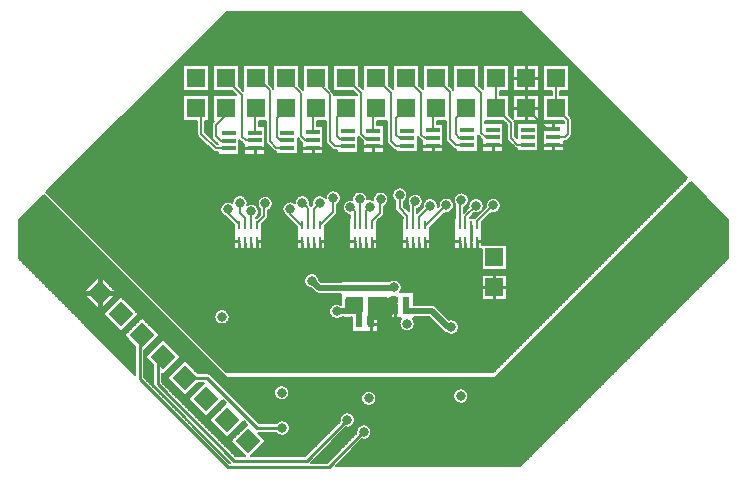
<source format=gbl>
G04 EasyPC Gerber Version 20.0.2 Build 4112 *
G04 #@! TF.Part,Single*
G04 #@! TF.FileFunction,Copper,L4,Bot *
%FSLAX24Y24*%
%MOIN*%
G04 #@! TA.AperFunction,SMDPad*
%ADD129R,0.01000X0.02756*%
%ADD128R,0.04600X0.01800*%
%ADD17R,0.02400X0.02400*%
%ADD16R,0.02400X0.02400*%
G04 #@! TA.AperFunction,ComponentPad*
%ADD28R,0.06000X0.06000*%
G04 #@! TD.AperFunction*
%ADD10C,0.00500*%
%ADD106C,0.00800*%
%ADD14C,0.01000*%
%ADD74C,0.01500*%
%ADD113C,0.02000*%
%ADD130C,0.03000*%
G04 #@! TA.AperFunction,ViaPad*
%ADD29C,0.03200*%
G04 #@! TA.AperFunction,ComponentPad*
%AMT112*0 Rectangle Pad at angle 45*21,1,0.06000,0.06000,0,0,45*%
%ADD112T112*%
X0Y0D02*
D02*
D10*
X1132Y9314D02*
X295Y8477D01*
Y7204*
X4189Y3310*
Y4256*
X3813Y4632*
X4414Y5233*
X5015Y4632*
X4479Y4096*
Y3231*
X7324Y386*
X7345*
X4832Y2898*
X4820Y2913*
X4809Y2928*
X4801Y2945*
X4795Y2963*
X4791Y2982*
X4790Y3001*
Y3655*
X4520Y3924*
X5121Y4525*
X5722Y3924*
X5121Y3323*
X5080Y3365*
Y3061*
X7545Y596*
X7849*
X7349Y1096*
X7911Y1658*
X7805Y1764*
X7243Y1202*
X6642Y1803*
X7204Y2365*
X7098Y2471*
X6536Y1909*
X5935Y2510*
X6475Y3050*
X6262*
X5829Y2616*
X5228Y3217*
X5829Y3818*
X6275Y3372*
X6585*
X6606Y3370*
X6627Y3366*
X6647Y3359*
X6665Y3350*
X6683Y3338*
X6699Y3325*
X8322Y1702*
X8887*
X8905Y1722*
X8926Y1740*
X8948Y1756*
X8972Y1769*
X8997Y1780*
X9023Y1788*
X9049Y1793*
X9077Y1796*
X9104Y1795*
X9131Y1792*
X9157Y1785*
X9183Y1776*
X9208Y1764*
X9231Y1750*
X9252Y1733*
X9272Y1714*
X9289Y1693*
X9304Y1671*
X9317Y1647*
X9327Y1621*
X9334Y1595*
X9338Y1568*
X9340Y1541*
X9339Y1514*
X9334Y1487*
X9327Y1460*
X9317Y1435*
X9304Y1411*
X9289Y1388*
X9272Y1367*
X9252Y1348*
X9231Y1332*
X9208Y1317*
X9183Y1305*
X9157Y1296*
X9131Y1290*
X9104Y1287*
X9077Y1286*
X9049Y1288*
X9023Y1294*
X8997Y1302*
X8972Y1312*
X8948Y1326*
X8926Y1342*
X8905Y1360*
X8887Y1380*
X8267*
X8551Y1096*
X8051Y596*
X9835*
X11004Y1765*
X11001Y1788*
X11000Y1811*
X11001Y1838*
X11006Y1866*
X11013Y1892*
X11024Y1918*
X11036Y1942*
X11052Y1965*
X11070Y1986*
X11090Y2005*
X11112Y2022*
X11136Y2036*
X11161Y2048*
X11187Y2057*
X11214Y2062*
X11241Y2065*
X11269*
X11296Y2062*
X11323Y2057*
X11349Y2048*
X11374Y2036*
X11398Y2022*
X11420Y2005*
X11440Y1986*
X11458Y1965*
X11473Y1942*
X11486Y1918*
X11497Y1892*
X11504Y1866*
X11508Y1839*
X11510Y1811*
X11508Y1783*
X11504Y1756*
X11496Y1729*
X11486Y1703*
X11473Y1678*
X11457Y1655*
X11439Y1634*
X11418Y1615*
X11396Y1598*
X11372Y1584*
X11346Y1573*
X11320Y1564*
X11293Y1559*
X11265Y1556*
X11237Y1556*
X11209Y1560*
X10035Y386*
X10575*
X11554Y1365*
X11551Y1388*
X11550Y1411*
X11551Y1438*
X11556Y1466*
X11563Y1492*
X11574Y1518*
X11586Y1542*
X11602Y1565*
X11620Y1586*
X11640Y1605*
X11662Y1622*
X11686Y1636*
X11711Y1648*
X11737Y1657*
X11764Y1662*
X11791Y1665*
X11819*
X11846Y1662*
X11873Y1657*
X11899Y1648*
X11924Y1636*
X11948Y1622*
X11970Y1605*
X11990Y1586*
X12008Y1565*
X12023Y1542*
X12036Y1518*
X12047Y1492*
X12054Y1466*
X12058Y1439*
X12060Y1411*
X12058Y1383*
X12054Y1356*
X12046Y1329*
X12036Y1303*
X12023Y1278*
X12007Y1255*
X11989Y1234*
X11968Y1215*
X11946Y1198*
X11922Y1184*
X11896Y1173*
X11870Y1164*
X11843Y1159*
X11815Y1156*
X11787Y1156*
X11759Y1160*
X10880Y281*
X17021*
X23955Y7214*
Y8487*
X22703Y9739*
X16175Y3211*
X7235*
X1132Y9314*
X2399Y6046D02*
X3000Y6647D01*
X3601Y6046*
X3000Y5445*
X2399Y6046*
X3106Y5339D02*
X3707Y5940D01*
X4308Y5339*
X3707Y4738*
X3106Y5339*
X9320Y2721D02*
X9319Y2693D01*
X9314Y2666*
X9307Y2639*
X9296Y2614*
X9284Y2589*
X9268Y2567*
X9250Y2546*
X9230Y2527*
X9208Y2510*
X9184Y2496*
X9159Y2484*
X9133Y2475*
X9106Y2469*
X9079Y2466*
X9051*
X9024Y2469*
X8997Y2475*
X8971Y2484*
X8946Y2496*
X8922Y2510*
X8900Y2526*
X8880Y2545*
X8862Y2566*
X8847Y2589*
X8834Y2614*
X8823Y2639*
X8816Y2666*
X8812Y2693*
X8810Y2721*
X8811Y2748*
X8816Y2776*
X8823Y2802*
X8834Y2828*
X8846Y2852*
X8862Y2875*
X8880Y2896*
X8900Y2915*
X8922Y2932*
X8946Y2946*
X8971Y2958*
X8997Y2967*
X9024Y2972*
X9051Y2975*
X9079*
X9106Y2972*
X9133Y2967*
X9159Y2958*
X9184Y2946*
X9208Y2932*
X9230Y2915*
X9250Y2896*
X9268Y2875*
X9283Y2852*
X9296Y2828*
X9307Y2802*
X9314Y2776*
X9318Y2749*
X9320Y2721*
X12220Y2531D02*
X12219Y2503D01*
X12214Y2476*
X12207Y2449*
X12196Y2424*
X12184Y2399*
X12168Y2377*
X12150Y2356*
X12130Y2337*
X12108Y2320*
X12084Y2306*
X12059Y2294*
X12033Y2285*
X12006Y2279*
X11979Y2276*
X11951*
X11924Y2279*
X11897Y2285*
X11871Y2294*
X11846Y2306*
X11822Y2320*
X11800Y2336*
X11780Y2355*
X11762Y2376*
X11747Y2399*
X11734Y2424*
X11723Y2449*
X11716Y2476*
X11712Y2503*
X11710Y2531*
X11711Y2558*
X11716Y2586*
X11723Y2612*
X11734Y2638*
X11746Y2662*
X11762Y2685*
X11780Y2706*
X11800Y2725*
X11822Y2742*
X11846Y2756*
X11871Y2768*
X11897Y2777*
X11924Y2782*
X11951Y2785*
X11979*
X12006Y2782*
X12033Y2777*
X12059Y2768*
X12084Y2756*
X12108Y2742*
X12130Y2725*
X12150Y2706*
X12168Y2685*
X12183Y2662*
X12196Y2638*
X12207Y2612*
X12214Y2586*
X12218Y2559*
X12220Y2531*
X15290Y2611D02*
X15289Y2583D01*
X15284Y2556*
X15277Y2529*
X15266Y2504*
X15254Y2479*
X15238Y2457*
X15220Y2436*
X15200Y2417*
X15178Y2400*
X15154Y2386*
X15129Y2374*
X15103Y2365*
X15076Y2359*
X15049Y2356*
X15021*
X14994Y2359*
X14967Y2365*
X14941Y2374*
X14916Y2386*
X14892Y2400*
X14870Y2416*
X14850Y2435*
X14832Y2456*
X14817Y2479*
X14804Y2504*
X14793Y2529*
X14786Y2556*
X14782Y2583*
X14780Y2611*
X14781Y2638*
X14786Y2666*
X14793Y2692*
X14804Y2718*
X14816Y2742*
X14832Y2765*
X14850Y2786*
X14870Y2805*
X14892Y2822*
X14916Y2836*
X14941Y2848*
X14967Y2857*
X14994Y2862*
X15021Y2865*
X15049*
X15076Y2862*
X15103Y2857*
X15129Y2848*
X15154Y2836*
X15178Y2822*
X15200Y2805*
X15220Y2786*
X15238Y2765*
X15253Y2742*
X15266Y2718*
X15277Y2692*
X15284Y2666*
X15288Y2639*
X15290Y2611*
X10883Y284D02*
X17025D01*
X10931Y332D02*
X17073D01*
X10979Y380D02*
X17121D01*
X7282Y428D02*
X7303D01*
X10077D02*
X10617D01*
X11027D02*
X17169D01*
X7234Y476D02*
X7254D01*
X10126D02*
X10665D01*
X11076D02*
X17217D01*
X7186Y524D02*
X7206D01*
X10174D02*
X10713D01*
X11124D02*
X17265D01*
X7138Y572D02*
X7158D01*
X10222D02*
X10761D01*
X11172D02*
X17313D01*
X7090Y620D02*
X7110D01*
X7521D02*
X7824D01*
X8075D02*
X9859D01*
X10270D02*
X10809D01*
X11220D02*
X17361D01*
X7042Y668D02*
X7062D01*
X7473D02*
X7776D01*
X8123D02*
X9907D01*
X10318D02*
X10857D01*
X11268D02*
X17409D01*
X6994Y716D02*
X7014D01*
X7424D02*
X7728D01*
X8171D02*
X9956D01*
X10366D02*
X10906D01*
X11316D02*
X17457D01*
X6946Y764D02*
X6966D01*
X7376D02*
X7680D01*
X8219D02*
X10004D01*
X10414D02*
X10954D01*
X11364D02*
X17505D01*
X6898Y813D02*
X6918D01*
X7328D02*
X7632D01*
X8267D02*
X10052D01*
X10462D02*
X11002D01*
X11412D02*
X17553D01*
X6850Y861D02*
X6870D01*
X7280D02*
X7584D01*
X8315D02*
X10100D01*
X10510D02*
X11050D01*
X11460D02*
X17601D01*
X6802Y909D02*
X6822D01*
X7232D02*
X7536D01*
X8364D02*
X10148D01*
X10558D02*
X11098D01*
X11508D02*
X17649D01*
X6754Y957D02*
X6774D01*
X7184D02*
X7488D01*
X8412D02*
X10196D01*
X10606D02*
X11146D01*
X11556D02*
X17697D01*
X6706Y1005D02*
X6726D01*
X7136D02*
X7440D01*
X8460D02*
X10244D01*
X10654D02*
X11194D01*
X11604D02*
X17745D01*
X6658Y1053D02*
X6678D01*
X7088D02*
X7392D01*
X8508D02*
X10292D01*
X10702D02*
X11242D01*
X11652D02*
X17793D01*
X6610Y1101D02*
X6630D01*
X7040D02*
X7354D01*
X8546D02*
X10340D01*
X10750D02*
X11290D01*
X11700D02*
X17841D01*
X6562Y1149D02*
X6582D01*
X6992D02*
X7402D01*
X8498D02*
X10388D01*
X10798D02*
X11338D01*
X11748D02*
X17889D01*
X6514Y1197D02*
X6534D01*
X6944D02*
X7450D01*
X8450D02*
X10436D01*
X10846D02*
X11386D01*
X11944D02*
X17937D01*
X6465Y1245D02*
X6486D01*
X6896D02*
X7200D01*
X7285D02*
X7498D01*
X8402D02*
X10484D01*
X10894D02*
X11434D01*
X11999D02*
X17985D01*
X6417Y1293D02*
X6438D01*
X6848D02*
X7152D01*
X7334D02*
X7546D01*
X8354D02*
X9026D01*
X9144D02*
X10532D01*
X10942D02*
X11482D01*
X12031D02*
X18033D01*
X6369Y1341D02*
X6390D01*
X6800D02*
X7104D01*
X7382D02*
X7594D01*
X8306D02*
X8927D01*
X9243D02*
X10580D01*
X10990D02*
X11530D01*
X12050D02*
X18081D01*
X6321Y1389D02*
X6342D01*
X6752D02*
X7056D01*
X7430D02*
X7642D01*
X9290D02*
X10628D01*
X11038D02*
X11551D01*
X12059D02*
X18129D01*
X6273Y1437D02*
X6294D01*
X6704D02*
X7008D01*
X7478D02*
X7690D01*
X9318D02*
X10676D01*
X11086D02*
X11551D01*
X12059D02*
X18178D01*
X6225Y1485D02*
X6246D01*
X6656D02*
X6960D01*
X7526D02*
X7738D01*
X9334D02*
X10724D01*
X11134D02*
X11561D01*
X12049D02*
X18226D01*
X6177Y1533D02*
X6198D01*
X6608D02*
X6912D01*
X7574D02*
X7786D01*
X9340D02*
X10772D01*
X11182D02*
X11581D01*
X12029D02*
X18274D01*
X6129Y1581D02*
X6150D01*
X6560D02*
X6864D01*
X7622D02*
X7834D01*
X9337D02*
X10820D01*
X11365D02*
X11615D01*
X11995D02*
X18322D01*
X6081Y1629D02*
X6102D01*
X6512D02*
X6816D01*
X7670D02*
X7882D01*
X9324D02*
X10868D01*
X11434D02*
X11673D01*
X11937D02*
X18370D01*
X6033Y1677D02*
X6054D01*
X6464D02*
X6768D01*
X7718D02*
X7891D01*
X9301D02*
X10916D01*
X11472D02*
X18418D01*
X5985Y1725D02*
X6006D01*
X6416D02*
X6720D01*
X7766D02*
X7843D01*
X8298D02*
X8909D01*
X9261D02*
X10964D01*
X11495D02*
X18466D01*
X5937Y1773D02*
X5958D01*
X6368D02*
X6672D01*
X8250D02*
X8980D01*
X9190D02*
X11003D01*
X11507D02*
X18514D01*
X5889Y1821D02*
X5910D01*
X6320D02*
X6660D01*
X8202D02*
X11000D01*
X11510D02*
X18562D01*
X5841Y1869D02*
X5862D01*
X6272D02*
X6708D01*
X8154D02*
X11007D01*
X11503D02*
X18610D01*
X5793Y1917D02*
X5814D01*
X6224D02*
X6528D01*
X6544D02*
X6756D01*
X8106D02*
X11023D01*
X11487D02*
X18658D01*
X5745Y1965D02*
X5766D01*
X6176D02*
X6480D01*
X6592D02*
X6804D01*
X8058D02*
X11052D01*
X11458D02*
X18706D01*
X5697Y2013D02*
X5718D01*
X6128D02*
X6432D01*
X6640D02*
X6852D01*
X8010D02*
X11100D01*
X11410D02*
X18754D01*
X5649Y2061D02*
X5669D01*
X6080D02*
X6384D01*
X6688D02*
X6900D01*
X7962D02*
X11207D01*
X11303D02*
X18802D01*
X5601Y2109D02*
X5621D01*
X6032D02*
X6335D01*
X6736D02*
X6948D01*
X7914D02*
X18850D01*
X5553Y2157D02*
X5573D01*
X5984D02*
X6287D01*
X6784D02*
X6996D01*
X7866D02*
X18898D01*
X5505Y2205D02*
X5525D01*
X5936D02*
X6239D01*
X6832D02*
X7044D01*
X7818D02*
X18946D01*
X5457Y2253D02*
X5477D01*
X5887D02*
X6191D01*
X6880D02*
X7092D01*
X7770D02*
X18994D01*
X5409Y2301D02*
X5429D01*
X5839D02*
X6143D01*
X6928D02*
X7140D01*
X7722D02*
X11854D01*
X12076D02*
X19042D01*
X5361Y2350D02*
X5381D01*
X5791D02*
X6095D01*
X6976D02*
X7188D01*
X7674D02*
X11786D01*
X12144D02*
X19090D01*
X5313Y2398D02*
X5333D01*
X5743D02*
X6047D01*
X7024D02*
X7171D01*
X7626D02*
X11748D01*
X12182D02*
X14895D01*
X15175D02*
X19138D01*
X5265Y2446D02*
X5285D01*
X5695D02*
X5999D01*
X7072D02*
X7123D01*
X7578D02*
X11725D01*
X12205D02*
X14841D01*
X15229D02*
X19186D01*
X5217Y2494D02*
X5237D01*
X5647D02*
X5951D01*
X7530D02*
X8949D01*
X9181D02*
X11713D01*
X12217D02*
X14809D01*
X15261D02*
X19234D01*
X5169Y2542D02*
X5189D01*
X5599D02*
X5966D01*
X7482D02*
X8884D01*
X9246D02*
X11710D01*
X12220D02*
X14790D01*
X15280D02*
X19282D01*
X5121Y2590D02*
X5141D01*
X5551D02*
X6014D01*
X7434D02*
X8846D01*
X9284D02*
X11717D01*
X12213D02*
X14781D01*
X15289D02*
X19330D01*
X5073Y2638D02*
X5093D01*
X5503D02*
X5807D01*
X5850D02*
X6062D01*
X7385D02*
X8824D01*
X9306D02*
X11733D01*
X12197D02*
X14781D01*
X15289D02*
X19378D01*
X5025Y2686D02*
X5045D01*
X5455D02*
X5759D01*
X5898D02*
X6110D01*
X7337D02*
X8812D01*
X9318D02*
X11762D01*
X12168D02*
X14791D01*
X15279D02*
X19426D01*
X4976Y2734D02*
X4997D01*
X5407D02*
X5711D01*
X5946D02*
X6158D01*
X7289D02*
X8810D01*
X9320D02*
X11811D01*
X12119D02*
X14812D01*
X15258D02*
X19474D01*
X4928Y2782D02*
X4949D01*
X5359D02*
X5663D01*
X5994D02*
X6206D01*
X7241D02*
X8817D01*
X9313D02*
X11920D01*
X12010D02*
X14846D01*
X15224D02*
X19522D01*
X4880Y2830D02*
X4901D01*
X5311D02*
X5615D01*
X6042D02*
X6254D01*
X7193D02*
X8834D01*
X9296D02*
X14904D01*
X15166D02*
X19570D01*
X4832Y2878D02*
X4853D01*
X5263D02*
X5567D01*
X6090D02*
X6302D01*
X7145D02*
X8864D01*
X9266D02*
X19618D01*
X4784Y2926D02*
X4811D01*
X5215D02*
X5519D01*
X6138D02*
X6350D01*
X7097D02*
X8913D01*
X9217D02*
X19666D01*
X4736Y2974D02*
X4793D01*
X5167D02*
X5471D01*
X6186D02*
X6398D01*
X7049D02*
X9034D01*
X9096D02*
X19715D01*
X4688Y3022D02*
X4790D01*
X5119D02*
X5423D01*
X6234D02*
X6446D01*
X7001D02*
X19763D01*
X4640Y3070D02*
X4790D01*
X5080D02*
X5375D01*
X6953D02*
X19811D01*
X4592Y3118D02*
X4790D01*
X5080D02*
X5327D01*
X6905D02*
X19859D01*
X4544Y3166D02*
X4790D01*
X5080D02*
X5279D01*
X6857D02*
X19907D01*
X4496Y3214D02*
X4790D01*
X5080D02*
X5231D01*
X6809D02*
X7232D01*
X16178D02*
X19955D01*
X4479Y3262D02*
X4790D01*
X5080D02*
X5272D01*
X6761D02*
X7184D01*
X16226D02*
X20003D01*
X4479Y3310D02*
X4790D01*
X5080D02*
X5320D01*
X6713D02*
X7136D01*
X16274D02*
X20051D01*
X4141Y3358D02*
X4189D01*
X4479D02*
X4790D01*
X5080D02*
X5087D01*
X5156D02*
X5368D01*
X6649D02*
X7088D01*
X16322D02*
X20099D01*
X4093Y3406D02*
X4189D01*
X4479D02*
X4790D01*
X5204D02*
X5416D01*
X6241D02*
X7040D01*
X16370D02*
X20147D01*
X4045Y3454D02*
X4189D01*
X4479D02*
X4790D01*
X5252D02*
X5464D01*
X6193D02*
X6992D01*
X16418D02*
X20195D01*
X3997Y3502D02*
X4189D01*
X4479D02*
X4790D01*
X5300D02*
X5512D01*
X6145D02*
X6944D01*
X16466D02*
X20243D01*
X3949Y3550D02*
X4189D01*
X4479D02*
X4790D01*
X5348D02*
X5561D01*
X6097D02*
X6896D01*
X16514D02*
X20291D01*
X3901Y3598D02*
X4189D01*
X4479D02*
X4790D01*
X5396D02*
X5609D01*
X6049D02*
X6848D01*
X16562D02*
X20339D01*
X3853Y3646D02*
X4189D01*
X4479D02*
X4790D01*
X5444D02*
X5657D01*
X6001D02*
X6799D01*
X16611D02*
X20387D01*
X3805Y3694D02*
X4189D01*
X4479D02*
X4750D01*
X5492D02*
X5705D01*
X5952D02*
X6751D01*
X16659D02*
X20435D01*
X3757Y3742D02*
X4189D01*
X4479D02*
X4702D01*
X5541D02*
X5753D01*
X5904D02*
X6703D01*
X16707D02*
X20483D01*
X3709Y3790D02*
X4189D01*
X4479D02*
X4654D01*
X5589D02*
X5801D01*
X5856D02*
X6655D01*
X16755D02*
X20531D01*
X3661Y3839D02*
X4189D01*
X4479D02*
X4606D01*
X5637D02*
X6607D01*
X16803D02*
X20579D01*
X3613Y3887D02*
X4189D01*
X4479D02*
X4558D01*
X5685D02*
X6559D01*
X16851D02*
X20627D01*
X3565Y3935D02*
X4189D01*
X4479D02*
X4531D01*
X5712D02*
X6511D01*
X16899D02*
X20675D01*
X3517Y3983D02*
X4189D01*
X4479D02*
X4579D01*
X5664D02*
X6463D01*
X16947D02*
X20723D01*
X3469Y4031D02*
X4189D01*
X4479D02*
X4627D01*
X5616D02*
X6415D01*
X16995D02*
X20771D01*
X3421Y4079D02*
X4189D01*
X4479D02*
X4675D01*
X5568D02*
X6367D01*
X17043D02*
X20819D01*
X3373Y4127D02*
X4189D01*
X4511D02*
X4723D01*
X5520D02*
X6319D01*
X17091D02*
X20867D01*
X3325Y4175D02*
X4189D01*
X4559D02*
X4771D01*
X5472D02*
X6271D01*
X17139D02*
X20915D01*
X3277Y4223D02*
X4189D01*
X4607D02*
X4819D01*
X5424D02*
X6223D01*
X17187D02*
X20963D01*
X3229Y4271D02*
X4174D01*
X4655D02*
X4867D01*
X5376D02*
X6175D01*
X17235D02*
X21011D01*
X3181Y4319D02*
X4126D01*
X4703D02*
X4915D01*
X5328D02*
X6127D01*
X17283D02*
X21059D01*
X3133Y4367D02*
X4078D01*
X4751D02*
X4963D01*
X5280D02*
X6079D01*
X17331D02*
X21107D01*
X3085Y4415D02*
X4030D01*
X4799D02*
X5011D01*
X5232D02*
X6031D01*
X17379D02*
X21155D01*
X3036Y4463D02*
X3982D01*
X4847D02*
X5059D01*
X5184D02*
X5983D01*
X17427D02*
X21204D01*
X2988Y4511D02*
X3934D01*
X4895D02*
X5107D01*
X5136D02*
X5935D01*
X17475D02*
X21252D01*
X2940Y4559D02*
X3886D01*
X4943D02*
X5887D01*
X17523D02*
X21300D01*
X2892Y4607D02*
X3838D01*
X4991D02*
X5839D01*
X17571D02*
X21348D01*
X2844Y4655D02*
X3837D01*
X4992D02*
X5791D01*
X17619D02*
X21396D01*
X2796Y4703D02*
X3885D01*
X4944D02*
X5743D01*
X17667D02*
X21444D01*
X2748Y4751D02*
X3694D01*
X3721D02*
X3933D01*
X4896D02*
X5695D01*
X17715D02*
X21492D01*
X2700Y4799D02*
X3646D01*
X3769D02*
X3981D01*
X4848D02*
X5647D01*
X17763D02*
X21540D01*
X2652Y4847D02*
X3598D01*
X3817D02*
X4029D01*
X4800D02*
X5599D01*
X17811D02*
X21588D01*
X2604Y4895D02*
X3550D01*
X3865D02*
X4077D01*
X4752D02*
X5551D01*
X17859D02*
X21636D01*
X2556Y4943D02*
X3502D01*
X3913D02*
X4125D01*
X4704D02*
X5503D01*
X17907D02*
X21684D01*
X2508Y4991D02*
X3454D01*
X3961D02*
X4173D01*
X4656D02*
X5455D01*
X17955D02*
X21732D01*
X2460Y5039D02*
X3406D01*
X4009D02*
X4221D01*
X4608D02*
X5407D01*
X18003D02*
X21780D01*
X2412Y5087D02*
X3358D01*
X4057D02*
X4269D01*
X4560D02*
X5359D01*
X18051D02*
X21828D01*
X2364Y5135D02*
X3309D01*
X4105D02*
X4317D01*
X4512D02*
X5311D01*
X18099D02*
X21876D01*
X2316Y5183D02*
X3261D01*
X4153D02*
X4365D01*
X4464D02*
X5262D01*
X18148D02*
X21924D01*
X2268Y5231D02*
X3213D01*
X4201D02*
X4413D01*
X4415D02*
X5214D01*
X18196D02*
X21972D01*
X2220Y5279D02*
X3165D01*
X4249D02*
X5166D01*
X18244D02*
X22020D01*
X2172Y5327D02*
X3117D01*
X4297D02*
X5118D01*
X18292D02*
X22068D01*
X2124Y5376D02*
X3143D01*
X4271D02*
X5070D01*
X18340D02*
X22116D01*
X2076Y5424D02*
X3191D01*
X4223D02*
X5022D01*
X18388D02*
X22164D01*
X2028Y5472D02*
X2973D01*
X3027D02*
X3239D01*
X4175D02*
X4974D01*
X18436D02*
X22212D01*
X1980Y5520D02*
X2925D01*
X3075D02*
X3287D01*
X4127D02*
X4926D01*
X18484D02*
X22260D01*
X1932Y5568D02*
X2877D01*
X3123D02*
X3335D01*
X4079D02*
X4878D01*
X18532D02*
X22308D01*
X1884Y5616D02*
X2829D01*
X3171D02*
X3383D01*
X4031D02*
X4830D01*
X18580D02*
X22356D01*
X1836Y5664D02*
X2781D01*
X3219D02*
X3431D01*
X3983D02*
X4782D01*
X18628D02*
X22404D01*
X1788Y5712D02*
X2733D01*
X3267D02*
X3479D01*
X3935D02*
X4734D01*
X18676D02*
X22452D01*
X1740Y5760D02*
X2685D01*
X3315D02*
X3527D01*
X3887D02*
X4686D01*
X18724D02*
X22500D01*
X1692Y5808D02*
X2637D01*
X3363D02*
X3575D01*
X3839D02*
X4638D01*
X18772D02*
X22548D01*
X1644Y5856D02*
X2589D01*
X3411D02*
X3623D01*
X3791D02*
X4590D01*
X18820D02*
X22596D01*
X1596Y5904D02*
X2541D01*
X3459D02*
X3671D01*
X3743D02*
X4542D01*
X18868D02*
X22644D01*
X1548Y5952D02*
X2493D01*
X3507D02*
X4494D01*
X18916D02*
X22692D01*
X1499Y6000D02*
X2445D01*
X3555D02*
X4446D01*
X18964D02*
X22741D01*
X1451Y6048D02*
X2401D01*
X3599D02*
X4398D01*
X19012D02*
X22789D01*
X1403Y6096D02*
X2449D01*
X3551D02*
X4350D01*
X19060D02*
X22837D01*
X1355Y6144D02*
X2497D01*
X3503D02*
X4302D01*
X19108D02*
X22885D01*
X1307Y6192D02*
X2545D01*
X3455D02*
X4254D01*
X19156D02*
X22933D01*
X1259Y6240D02*
X2593D01*
X3407D02*
X4206D01*
X19204D02*
X22981D01*
X1211Y6288D02*
X2641D01*
X3359D02*
X4158D01*
X19252D02*
X23029D01*
X1163Y6336D02*
X2689D01*
X3311D02*
X4110D01*
X19300D02*
X23077D01*
X1115Y6384D02*
X2738D01*
X3263D02*
X4062D01*
X19348D02*
X23125D01*
X1067Y6432D02*
X2786D01*
X3215D02*
X4014D01*
X19396D02*
X23173D01*
X1019Y6480D02*
X2834D01*
X3167D02*
X3966D01*
X19444D02*
X23221D01*
X971Y6528D02*
X2882D01*
X3119D02*
X3918D01*
X19492D02*
X23269D01*
X923Y6576D02*
X2930D01*
X3071D02*
X3870D01*
X19540D02*
X23317D01*
X875Y6624D02*
X2978D01*
X3023D02*
X3822D01*
X19588D02*
X23365D01*
X827Y6672D02*
X3774D01*
X19636D02*
X23413D01*
X779Y6720D02*
X3725D01*
X19685D02*
X23461D01*
X731Y6768D02*
X3677D01*
X19733D02*
X23509D01*
X683Y6816D02*
X3629D01*
X19781D02*
X23557D01*
X635Y6864D02*
X3581D01*
X19829D02*
X23605D01*
X587Y6913D02*
X3533D01*
X19877D02*
X23653D01*
X539Y6961D02*
X3485D01*
X19925D02*
X23701D01*
X491Y7009D02*
X3437D01*
X19973D02*
X23749D01*
X443Y7057D02*
X3389D01*
X20021D02*
X23797D01*
X395Y7105D02*
X3341D01*
X20069D02*
X23845D01*
X347Y7153D02*
X3293D01*
X20117D02*
X23893D01*
X299Y7201D02*
X3245D01*
X20165D02*
X23941D01*
X295Y7249D02*
X3197D01*
X20213D02*
X23955D01*
X295Y7297D02*
X3149D01*
X20261D02*
X23955D01*
X295Y7345D02*
X3101D01*
X20309D02*
X23955D01*
X295Y7393D02*
X3053D01*
X20357D02*
X23955D01*
X295Y7441D02*
X3005D01*
X20405D02*
X23955D01*
X295Y7489D02*
X2957D01*
X20453D02*
X23955D01*
X295Y7537D02*
X2909D01*
X20501D02*
X23955D01*
X295Y7585D02*
X2861D01*
X20549D02*
X23955D01*
X295Y7633D02*
X2813D01*
X20597D02*
X23955D01*
X295Y7681D02*
X2765D01*
X20645D02*
X23955D01*
X295Y7729D02*
X2717D01*
X20693D02*
X23955D01*
X295Y7777D02*
X2669D01*
X20741D02*
X23955D01*
X295Y7825D02*
X2621D01*
X20789D02*
X23955D01*
X295Y7873D02*
X2573D01*
X20837D02*
X23955D01*
X295Y7921D02*
X2525D01*
X20885D02*
X23955D01*
X295Y7969D02*
X2477D01*
X20933D02*
X23955D01*
X295Y8017D02*
X2429D01*
X20981D02*
X23955D01*
X295Y8065D02*
X2381D01*
X21029D02*
X23955D01*
X295Y8113D02*
X2333D01*
X21077D02*
X23955D01*
X295Y8161D02*
X2285D01*
X21125D02*
X23955D01*
X295Y8209D02*
X2236D01*
X21174D02*
X23955D01*
X295Y8257D02*
X2188D01*
X21222D02*
X23955D01*
X295Y8305D02*
X2140D01*
X21270D02*
X23955D01*
X295Y8353D02*
X2092D01*
X21318D02*
X23955D01*
X295Y8401D02*
X2044D01*
X21366D02*
X23955D01*
X295Y8450D02*
X1996D01*
X21414D02*
X23955D01*
X315Y8498D02*
X1948D01*
X21462D02*
X23945D01*
X363Y8546D02*
X1900D01*
X21510D02*
X23897D01*
X411Y8594D02*
X1852D01*
X21558D02*
X23849D01*
X459Y8642D02*
X1804D01*
X21606D02*
X23801D01*
X507Y8690D02*
X1756D01*
X21654D02*
X23753D01*
X555Y8738D02*
X1708D01*
X21702D02*
X23705D01*
X603Y8786D02*
X1660D01*
X21750D02*
X23657D01*
X651Y8834D02*
X1612D01*
X21798D02*
X23609D01*
X699Y8882D02*
X1564D01*
X21846D02*
X23561D01*
X748Y8930D02*
X1516D01*
X21894D02*
X23512D01*
X796Y8978D02*
X1468D01*
X21942D02*
X23464D01*
X844Y9026D02*
X1420D01*
X21990D02*
X23416D01*
X892Y9074D02*
X1372D01*
X22038D02*
X23368D01*
X940Y9122D02*
X1324D01*
X22086D02*
X23320D01*
X988Y9170D02*
X1276D01*
X22134D02*
X23272D01*
X1036Y9218D02*
X1228D01*
X22182D02*
X23224D01*
X1084Y9266D02*
X1180D01*
X22230D02*
X23176D01*
X22278Y9314D02*
X23128D01*
X22326Y9362D02*
X23080D01*
X22374Y9410D02*
X23032D01*
X22422Y9458D02*
X22984D01*
X22470Y9506D02*
X22936D01*
X22518Y9554D02*
X22888D01*
X22566Y9602D02*
X22840D01*
X22614Y9650D02*
X22792D01*
X22662Y9698D02*
X22744D01*
X1222Y9404D02*
X7225Y3401D01*
X16115*
X22578Y9864*
X17031Y15411*
X7229*
X1222Y9404*
X6250Y11786D02*
X5790D01*
Y12636*
X6640*
Y11786*
X6520*
Y11407*
X6921Y11006*
X6927*
X6778Y11154*
X6765Y11169*
X6754Y11185*
X6746Y11203*
X6739Y11222*
X6736Y11241*
X6734Y11261*
Y11651*
X6735Y11670*
X6739Y11689*
X6745Y11707*
X6754Y11725*
X6764Y11741*
X6777Y11756*
X6806Y11786*
X6790*
Y12636*
X7559*
X7409Y12786*
X6790*
Y13636*
X7640*
Y12937*
X7790Y12787*
Y13636*
X8640*
Y13017*
X8760Y12896*
X8772Y12883*
X8782Y12868*
X8790Y12852*
Y13636*
X9640*
Y12957*
X9790Y12807*
Y13636*
X10640*
Y12877*
X10760Y12756*
X10772Y12743*
X10782Y12728*
X10790Y12713*
X10795Y12696*
X10799Y12679*
X10800Y12661*
Y12636*
X11590*
Y12645*
X11449Y12786*
X10790*
Y13636*
X11640*
Y12977*
X11790Y12827*
Y13636*
X12640*
Y12977*
X12790Y12827*
Y13636*
X13640*
Y12977*
X13790Y12827*
Y13636*
X14640*
Y12977*
X14780Y12836*
X14790Y12826*
Y13636*
X15640*
Y12977*
X15790Y12827*
Y13636*
X16640*
Y12786*
X16350*
Y12636*
X16640*
Y11977*
X16790Y11827*
Y12636*
X17640*
Y11786*
X16823*
X16831Y11771*
X16836Y11754*
X16839Y11738*
X16840Y11721*
Y11267*
X16910Y11197*
Y11706*
X17620*
Y10776*
X16910*
Y10857*
X16892Y10860*
X16875Y10866*
X16858Y10873*
X16843Y10883*
X16830Y10895*
X16610Y11115*
X16598Y11129*
X16588Y11143*
X16580Y11159*
X16575Y11176*
X16571Y11193*
X16570Y11211*
Y11665*
X16449Y11786*
X15860*
Y11698*
X16460*
Y10756*
X15750*
Y11155*
X15630Y11275*
X15618Y11289*
X15608Y11304*
X15600Y11320*
Y10756*
X14890*
Y10836*
X14885*
X14867Y10837*
X14850Y10840*
X14833Y10846*
X14817Y10854*
X14803Y10864*
X14790Y10875*
X14590Y11075*
X14578Y11089*
X14568Y11103*
X14560Y11119*
X14555Y11136*
X14551Y11153*
X14550Y11171*
Y11786*
X14240*
Y11678*
X14460*
Y10736*
X13750*
Y11097*
X13742Y11104*
X13734Y11111*
X13630Y11215*
X13618Y11229*
X13608Y11244*
X13600Y11260*
Y10736*
X12890*
Y10816*
X12865*
X12847Y10817*
X12830Y10820*
X12813Y10826*
X12797Y10834*
X12783Y10844*
X12770Y10855*
X12610Y11015*
X12598Y11029*
X12588Y11043*
X12580Y11059*
X12575Y11076*
X12571Y11093*
X12570Y11111*
Y11786*
X12260*
Y11658*
X12480*
Y10716*
X11770*
Y11095*
X11630Y11235*
X11620Y11246*
Y10716*
X10910*
Y10796*
X10845*
X10827Y10797*
X10810Y10800*
X10793Y10806*
X10777Y10814*
X10763Y10824*
X10750Y10835*
X10570Y11015*
X10558Y11029*
X10548Y11043*
X10540Y11059*
X10535Y11076*
X10531Y11093*
X10530Y11111*
Y11786*
X10240*
Y11618*
X10460*
Y10676*
X9750*
Y11055*
X9610Y11195*
X9600Y11206*
Y10676*
X8890*
Y10756*
X8885*
X8867Y10757*
X8850Y10760*
X8833Y10766*
X8817Y10774*
X8803Y10784*
X8790Y10795*
X8570Y11015*
X8558Y11029*
X8548Y11043*
X8540Y11059*
X8535Y11076*
X8531Y11093*
X8530Y11111*
Y11786*
X8300*
Y11598*
X8520*
Y10656*
X7810*
Y11003*
X7795Y11011*
X7782Y11020*
X7770Y11031*
X7660Y11141*
Y10656*
X6950*
Y10736*
X6865*
X6847Y10737*
X6830Y10740*
X6813Y10746*
X6797Y10754*
X6783Y10764*
X6770Y10775*
X6290Y11255*
X6278Y11269*
X6268Y11283*
X6260Y11299*
X6255Y11316*
X6251Y11333*
X6250Y11351*
Y11786*
X6640Y13636D02*
Y12786D01*
X5790*
Y13636*
X6640*
X7194Y8589D02*
X7170Y8599D01*
X7146Y8611*
X7124Y8625*
X7103Y8642*
X7085Y8661*
X7068Y8682*
X7054Y8704*
X7042Y8728*
X7032Y8752*
X7026Y8778*
X7021Y8804*
X7020Y8831*
X7021Y8859*
X7026Y8886*
X7033Y8913*
X7044Y8938*
X7057Y8963*
X7072Y8986*
X7090Y9007*
X7111Y9026*
X7133Y9043*
X7157Y9057*
X7182Y9068*
X7208Y9077*
X7235Y9083*
X7263Y9086*
X7291Y9085*
X7318Y9082*
X7345Y9076*
X7371Y9067*
X7397Y9055*
X7420Y9040*
X7420Y9051*
X7421Y9078*
X7426Y9106*
X7433Y9132*
X7444Y9158*
X7456Y9182*
X7472Y9205*
X7490Y9226*
X7510Y9245*
X7532Y9262*
X7556Y9276*
X7581Y9288*
X7607Y9297*
X7634Y9302*
X7661Y9305*
X7689*
X7716Y9302*
X7743Y9297*
X7769Y9288*
X7794Y9276*
X7818Y9262*
X7840Y9245*
X7860Y9226*
X7878Y9205*
X7893Y9182*
X7906Y9158*
X7917Y9132*
X7924Y9106*
X7928Y9079*
X7930Y9051*
X7929Y9026*
X7925Y9001*
X7919Y8977*
X7943Y8990*
X7969Y9001*
X7996Y9009*
X8023Y9014*
X8051Y9016*
X8079Y9015*
X8107Y9011*
X8134Y9003*
X8160Y8993*
X8185Y8980*
X8208Y8965*
X8229Y8947*
X8249Y8927*
X8266Y8905*
X8280Y8881*
X8292Y8855*
X8301Y8829*
X8307Y8802*
X8310Y8774*
X8310Y8746*
X8306Y8718*
X8300Y8691*
X8291Y8664*
X8279Y8639*
X8264Y8615*
X8247Y8593*
X8228Y8573*
X8206Y8555*
X8239*
X8340Y8657*
Y8845*
X8322Y8864*
X8306Y8885*
X8292Y8907*
X8281Y8930*
X8272Y8954*
X8265Y8979*
X8261Y9005*
X8260Y9031*
X8261Y9058*
X8266Y9086*
X8273Y9112*
X8284Y9138*
X8296Y9162*
X8312Y9185*
X8330Y9206*
X8350Y9225*
X8372Y9242*
X8396Y9256*
X8421Y9268*
X8447Y9277*
X8474Y9282*
X8501Y9285*
X8529*
X8556Y9282*
X8583Y9277*
X8609Y9268*
X8634Y9256*
X8658Y9242*
X8680Y9225*
X8700Y9206*
X8718Y9185*
X8733Y9162*
X8746Y9138*
X8757Y9112*
X8764Y9086*
X8768Y9059*
X8770Y9031*
X8769Y9003*
X8764Y8976*
X8757Y8950*
X8747Y8924*
X8734Y8900*
X8718Y8877*
X8700Y8856*
X8680Y8837*
X8659Y8820*
X8635Y8806*
X8610Y8794*
Y8601*
X8609Y8583*
X8605Y8566*
X8600Y8549*
X8592Y8533*
X8582Y8519*
X8570Y8505*
X8420Y8355*
Y7518*
X7479*
Y8311*
X7194Y8589*
X7330Y5251D02*
X7329Y5223D01*
X7324Y5196*
X7317Y5169*
X7306Y5144*
X7294Y5119*
X7278Y5097*
X7260Y5076*
X7240Y5057*
X7218Y5040*
X7194Y5026*
X7169Y5014*
X7143Y5005*
X7116Y4999*
X7089Y4996*
X7061*
X7034Y4999*
X7007Y5005*
X6981Y5014*
X6956Y5026*
X6932Y5040*
X6910Y5056*
X6890Y5075*
X6872Y5096*
X6857Y5119*
X6844Y5144*
X6833Y5169*
X6826Y5196*
X6822Y5223*
X6820Y5251*
X6821Y5278*
X6826Y5306*
X6833Y5332*
X6844Y5358*
X6856Y5382*
X6872Y5405*
X6890Y5426*
X6910Y5445*
X6932Y5462*
X6956Y5476*
X6981Y5488*
X7007Y5497*
X7034Y5502*
X7061Y5505*
X7089*
X7116Y5502*
X7143Y5497*
X7169Y5488*
X7194Y5476*
X7218Y5462*
X7240Y5445*
X7260Y5426*
X7278Y5405*
X7293Y5382*
X7306Y5358*
X7317Y5332*
X7324Y5306*
X7328Y5279*
X7330Y5251*
X9204Y8629D02*
X9181Y8645D01*
X9161Y8664*
X9143Y8685*
X9127Y8708*
X9114Y8733*
X9104Y8759*
X9096Y8786*
X9091Y8813*
X9090Y8841*
X9091Y8868*
X9096Y8894*
X9103Y8921*
X9113Y8946*
X9125Y8970*
X9140Y8992*
X9157Y9013*
X9176Y9032*
X9197Y9049*
X9220Y9063*
X9244Y9075*
X9270Y9085*
X9296Y9091*
X9323Y9095*
X9350Y9096*
X9377Y9094*
X9403Y9089*
X9429Y9082*
X9454Y9071*
X9478Y9059*
X9500Y9043*
X9500Y9051*
X9501Y9078*
X9506Y9106*
X9513Y9132*
X9524Y9158*
X9536Y9182*
X9552Y9205*
X9570Y9226*
X9590Y9245*
X9612Y9262*
X9636Y9276*
X9661Y9288*
X9687Y9297*
X9714Y9302*
X9741Y9305*
X9769*
X9796Y9302*
X9823Y9297*
X9849Y9288*
X9874Y9276*
X9898Y9262*
X9920Y9245*
X9940Y9226*
X9958Y9205*
X9973Y9182*
X9986Y9158*
X9997Y9132*
X10004Y9106*
X10008Y9079*
X10010Y9051*
X10009Y9032*
X10007Y9012*
X10003Y8993*
X10037Y8960*
X10045Y8951*
X10087Y8993*
X10082Y9020*
X10080Y9047*
X10081Y9075*
X10085Y9101*
X10092Y9128*
X10101Y9153*
X10114Y9178*
X10128Y9200*
X10146Y9222*
X10165Y9241*
X10186Y9258*
X10209Y9273*
X10233Y9285*
X10259Y9294*
X10285Y9301*
X10312Y9305*
X10339Y9306*
X10366Y9304*
X10393Y9299*
X10419Y9292*
X10444Y9281*
X10468Y9268*
X10491Y9253*
X10511Y9235*
X10530Y9215*
X10532Y9243*
X10537Y9270*
X10545Y9296*
X10555Y9321*
X10568Y9345*
X10584Y9368*
X10602Y9389*
X10622Y9407*
X10644Y9424*
X10668Y9437*
X10693Y9449*
X10719Y9457*
X10746Y9463*
X10773Y9466*
X10801Y9465*
X10828Y9462*
X10855Y9456*
X10881Y9447*
X10906Y9435*
X10929Y9421*
X10951Y9404*
X10971Y9385*
X10989Y9364*
X11004Y9342*
X11017Y9317*
X11027Y9292*
X11034Y9265*
X11039Y9238*
X11040Y9211*
X11039Y9185*
X11035Y9160*
X11028Y9135*
X11019Y9110*
X11008Y9087*
X10994Y9065*
X10979Y9045*
X10961Y9026*
X10941Y9009*
X10920Y8995*
Y8743*
X10919Y8725*
X10915Y8708*
X10910Y8691*
X10902Y8675*
X10892Y8660*
X10880Y8647*
X10510Y8277*
Y7518*
X9569*
Y8253*
X9240Y8573*
X9229Y8585*
X9219Y8599*
X9210Y8613*
X9204Y8629*
X10043Y6197D02*
X10017Y6201D01*
X9990Y6207*
X9965Y6216*
X9941Y6228*
X9918Y6243*
X9897Y6259*
X9877Y6278*
X9860Y6299*
X9845Y6322*
X9833Y6346*
X9823Y6371*
X9816Y6397*
X9811Y6424*
X9810Y6451*
X9812Y6479*
X9816Y6506*
X9824Y6533*
X9834Y6559*
X9847Y6583*
X9863Y6606*
X9881Y6627*
X9901Y6646*
X9923Y6663*
X9947Y6677*
X9973Y6689*
X9999Y6697*
X10026Y6703*
X10054Y6706*
X10082Y6705*
X10110Y6702*
X10137Y6696*
X10163Y6686*
X10188Y6674*
X10212Y6660*
X10233Y6642*
X10253Y6623*
X10271Y6601*
X10286Y6578*
X10299Y6553*
X10308Y6527*
X10315Y6500*
X10319Y6473*
X10386Y6406*
X11050*
Y6456*
X12680*
Y6447*
X12704Y6461*
X12730Y6471*
X12757Y6479*
X12784Y6484*
X12812Y6486*
X12839Y6485*
X12867Y6481*
X12894Y6473*
X12920Y6463*
X12944Y6451*
X12967Y6435*
X12989Y6418*
X13008Y6398*
X13025Y6376*
X13039Y6352*
X13051Y6327*
X13060Y6301*
X13066Y6273*
X13070Y6246*
X13070Y6218*
X13067Y6191*
X13061Y6163*
X13052Y6137*
X13040Y6112*
X13026Y6088*
X13009Y6066*
X13470*
Y5652*
X14065*
X14088Y5650*
X14111Y5646*
X14134Y5640*
X14155Y5631*
X14176Y5620*
X14195Y5607*
X14213Y5591*
X14656Y5157*
X14683Y5163*
X14710Y5166*
X14738Y5166*
X14765Y5163*
X14792Y5157*
X14819Y5148*
X14844Y5137*
X14868Y5123*
X14890Y5106*
X14910Y5087*
X14928Y5066*
X14944Y5043*
X14957Y5018*
X14967Y4993*
X14974Y4966*
X14979Y4939*
X14980Y4911*
X14979Y4883*
X14974Y4856*
X14967Y4829*
X14956Y4803*
X14943Y4778*
X14928Y4755*
X14909Y4734*
X14889Y4715*
X14867Y4699*
X14843Y4684*
X14817Y4673*
X14791Y4664*
X14764Y4659*
X14736Y4656*
X14708Y4656*
X14681Y4659*
X14653Y4666*
X14627Y4675*
X14602Y4687*
X14578Y4702*
X14556Y4706*
X14534Y4712*
X14513Y4721*
X14493Y4732*
X14474Y4745*
X14457Y4760*
X13979Y5230*
X13470*
Y5196*
X13430*
X13448Y5175*
X13464Y5152*
X13477Y5128*
X13487Y5102*
X13494Y5076*
X13499Y5048*
X13500Y5021*
X13499Y4993*
X13494Y4966*
X13487Y4939*
X13476Y4914*
X13464Y4889*
X13448Y4867*
X13430Y4846*
X13410Y4827*
X13388Y4810*
X13364Y4796*
X13339Y4784*
X13313Y4775*
X13286Y4769*
X13259Y4766*
X13231*
X13204Y4769*
X13177Y4775*
X13151Y4784*
X13126Y4796*
X13102Y4810*
X13080Y4826*
X13060Y4845*
X13042Y4866*
X13027Y4889*
X13014Y4914*
X13003Y4939*
X12996Y4966*
X12992Y4993*
X12990Y5021*
X12991Y5048*
X12996Y5076*
X13003Y5102*
X13013Y5128*
X13026Y5152*
X13042Y5175*
X13060Y5196*
X12590*
Y5576*
X12290*
Y4756*
X11410*
Y5236*
X11362*
X11340Y5224*
X11317Y5215*
X11294Y5209*
X11269Y5205*
X11245Y5204*
X11220Y5205*
X11196Y5209*
X11173Y5215*
X11150Y5224*
X11128Y5236*
X11063*
X11041Y5219*
X11017Y5205*
X10992Y5194*
X10966Y5185*
X10939Y5179*
X10912Y5176*
X10884Y5176*
X10857Y5179*
X10830Y5185*
X10804Y5194*
X10779Y5206*
X10755Y5220*
X10733Y5237*
X10713Y5256*
X10695Y5277*
X10680Y5299*
X10667Y5324*
X10657Y5349*
X10650Y5376*
X10645Y5403*
X10644Y5431*
X10645Y5459*
X10650Y5487*
X10657Y5514*
X10668Y5540*
X10681Y5564*
X10697Y5588*
X10716Y5609*
X10737Y5628*
X10759Y5644*
X10784Y5659*
X10809Y5670*
X10836Y5678*
X10864Y5684*
X10892Y5686*
X10920Y5685*
X10948Y5681*
X10975Y5674*
X11001Y5664*
X11026Y5652*
X11050Y5636*
Y6016*
X10305*
X10283Y6017*
X10262Y6021*
X10241Y6027*
X10220Y6035*
X10201Y6046*
X10183Y6058*
X10167Y6073*
X10043Y6197*
X11319Y7518D02*
Y8555D01*
X11359*
Y8646*
X11332Y8647*
X11306Y8651*
X11280Y8657*
X11254Y8667*
X11230Y8679*
X11207Y8693*
X11186Y8710*
X11167Y8729*
X11150Y8750*
X11135Y8772*
X11123Y8796*
X11113Y8821*
X11106Y8847*
X11101Y8874*
X11100Y8901*
X11101Y8928*
X11106Y8954*
X11113Y8980*
X11122Y9005*
X11135Y9029*
X11149Y9052*
X11166Y9072*
X11185Y9091*
X11206Y9108*
X11229Y9123*
X11253Y9135*
X11278Y9144*
X11304Y9151*
X11331Y9155*
X11358Y9156*
X11384Y9154*
X11411Y9150*
X11410Y9171*
X11411Y9198*
X11416Y9226*
X11423Y9252*
X11434Y9278*
X11446Y9302*
X11462Y9325*
X11480Y9346*
X11500Y9365*
X11522Y9382*
X11546Y9396*
X11571Y9408*
X11597Y9417*
X11624Y9422*
X11651Y9425*
X11679*
X11706Y9422*
X11733Y9417*
X11759Y9408*
X11784Y9396*
X11808Y9382*
X11830Y9365*
X11850Y9346*
X11868Y9325*
X11883Y9302*
X11896Y9278*
X11907Y9252*
X11914Y9226*
X11918Y9199*
X11920Y9171*
X11920Y9165*
X11947Y9171*
X11975Y9175*
X12003Y9176*
X12031Y9173*
X12059Y9168*
X12085Y9159*
X12111Y9148*
X12110Y9171*
X12111Y9198*
X12116Y9226*
X12123Y9252*
X12134Y9278*
X12146Y9302*
X12162Y9325*
X12180Y9346*
X12200Y9365*
X12222Y9382*
X12246Y9396*
X12271Y9408*
X12297Y9417*
X12324Y9422*
X12351Y9425*
X12379*
X12406Y9422*
X12433Y9417*
X12459Y9408*
X12484Y9396*
X12508Y9382*
X12530Y9365*
X12550Y9346*
X12568Y9325*
X12583Y9302*
X12596Y9278*
X12607Y9252*
X12614Y9226*
X12618Y9199*
X12620Y9171*
X12618Y9143*
X12614Y9115*
X12606Y9088*
X12596Y9062*
X12582Y9037*
X12566Y9014*
X12548Y8993*
X12527Y8974*
X12504Y8957*
X12480Y8943*
Y8711*
X12479Y8693*
X12475Y8676*
X12470Y8659*
X12462Y8643*
X12452Y8629*
X12440Y8615*
X12260Y8435*
Y7518*
X11319*
X12854Y9105D02*
X12834Y9122D01*
X12815Y9141*
X12798Y9162*
X12784Y9184*
X12772Y9208*
X12762Y9232*
X12756Y9258*
X12751Y9284*
X12750Y9311*
X12751Y9338*
X12756Y9366*
X12763Y9392*
X12774Y9418*
X12786Y9442*
X12802Y9465*
X12820Y9486*
X12840Y9505*
X12862Y9522*
X12886Y9536*
X12911Y9548*
X12937Y9557*
X12964Y9562*
X12991Y9565*
X13019*
X13046Y9562*
X13073Y9557*
X13099Y9548*
X13124Y9536*
X13148Y9522*
X13170Y9505*
X13190Y9486*
X13208Y9465*
X13223Y9442*
X13236Y9418*
X13247Y9392*
X13254Y9366*
X13258Y9339*
X13260Y9311*
X13259Y9284*
X13254Y9258*
X13248Y9232*
X13238Y9208*
X13226Y9184*
X13212Y9162*
X13195Y9141*
X13176Y9122*
X13156Y9105*
Y8923*
X13306Y8772*
Y8954*
X13292Y8976*
X13281Y9000*
X13272Y9024*
X13265Y9049*
X13261Y9075*
X13260Y9101*
X13261Y9128*
X13266Y9156*
X13273Y9182*
X13284Y9208*
X13296Y9232*
X13312Y9255*
X13330Y9276*
X13350Y9295*
X13372Y9312*
X13396Y9326*
X13421Y9338*
X13447Y9347*
X13474Y9352*
X13501Y9355*
X13529*
X13556Y9352*
X13583Y9347*
X13609Y9338*
X13634Y9326*
X13658Y9312*
X13680Y9295*
X13700Y9276*
X13718Y9255*
X13733Y9232*
X13746Y9208*
X13757Y9182*
X13764Y9156*
X13768Y9129*
X13770Y9101*
X13768Y9073*
X13764Y9045*
X13756Y9018*
X13745Y8992*
X13732Y8967*
X13716Y8944*
X13697Y8923*
X13676Y8904*
X13654Y8887*
X13629Y8873*
X13603Y8862*
X13576Y8853*
Y8703*
X13767Y8893*
X13763Y8912*
X13761Y8932*
X13760Y8951*
X13761Y8978*
X13766Y9006*
X13773Y9032*
X13784Y9058*
X13796Y9082*
X13812Y9105*
X13830Y9126*
X13850Y9145*
X13872Y9162*
X13896Y9176*
X13921Y9188*
X13947Y9197*
X13974Y9202*
X14001Y9205*
X14029*
X14056Y9202*
X14083Y9197*
X14109Y9188*
X14134Y9176*
X14158Y9162*
X14180Y9145*
X14200Y9126*
X14218Y9105*
X14233Y9082*
X14246Y9058*
X14257Y9032*
X14264Y9006*
X14268Y8979*
X14270Y8951*
X14269Y8928*
X14266Y8905*
X14302Y8941*
X14300Y8956*
X14300Y8971*
X14301Y8998*
X14306Y9026*
X14313Y9052*
X14324Y9078*
X14336Y9102*
X14352Y9125*
X14370Y9146*
X14390Y9165*
X14412Y9182*
X14436Y9196*
X14461Y9208*
X14487Y9217*
X14514Y9222*
X14541Y9225*
X14569*
X14596Y9222*
X14623Y9217*
X14649Y9208*
X14674Y9196*
X14698Y9182*
X14720Y9165*
X14740Y9146*
X14758Y9125*
X14773Y9102*
X14786Y9078*
X14797Y9052*
X14804Y9026*
X14808Y8999*
X14810Y8971*
X14808Y8943*
X14804Y8915*
X14796Y8888*
X14786Y8862*
X14772Y8838*
X14757Y8815*
X14738Y8794*
X14718Y8775*
X14695Y8758*
X14671Y8744*
X14645Y8732*
X14619Y8724*
X14591Y8719*
X14563Y8716*
X14535Y8717*
X14508Y8720*
X14010Y8223*
Y7518*
X13069*
Y8555*
X13094*
Y8559*
X12898Y8754*
X12885Y8769*
X12874Y8786*
X12866Y8803*
X12859Y8822*
X12856Y8841*
X12854Y8861*
Y9105*
X14819Y7518D02*
Y8555D01*
X14859*
Y8977*
X14844Y8997*
X14831Y9019*
X14820Y9042*
X14811Y9066*
X14805Y9090*
X14801Y9116*
X14800Y9141*
X14801Y9168*
X14806Y9196*
X14813Y9222*
X14824Y9248*
X14836Y9272*
X14852Y9295*
X14870Y9316*
X14890Y9335*
X14912Y9352*
X14936Y9366*
X14961Y9378*
X14987Y9387*
X15014Y9392*
X15041Y9395*
X15069*
X15096Y9392*
X15123Y9387*
X15149Y9378*
X15174Y9366*
X15198Y9352*
X15220Y9335*
X15240Y9316*
X15258Y9295*
X15273Y9272*
X15286Y9248*
X15297Y9222*
X15304Y9196*
X15308Y9169*
X15310Y9141*
X15309Y9114*
X15304Y9087*
X15297Y9061*
X15287Y9036*
X15275Y9012*
X15260Y8989*
X15243Y8968*
X15223Y8949*
X15202Y8932*
X15179Y8918*
X15155Y8906*
X15129Y8897*
Y8726*
X15297Y8893*
X15293Y8912*
X15291Y8932*
X15290Y8951*
X15291Y8978*
X15296Y9006*
X15303Y9032*
X15314Y9058*
X15326Y9082*
X15342Y9105*
X15360Y9126*
X15380Y9145*
X15402Y9162*
X15426Y9176*
X15451Y9188*
X15477Y9197*
X15504Y9202*
X15531Y9205*
X15559*
X15586Y9202*
X15613Y9197*
X15639Y9188*
X15664Y9176*
X15688Y9162*
X15710Y9145*
X15730Y9126*
X15748Y9105*
X15763Y9082*
X15776Y9058*
X15787Y9032*
X15794Y9006*
X15798Y8979*
X15800Y8951*
X15799Y8924*
X15794Y8897*
X15787Y8871*
X15778Y8846*
X15765Y8822*
X15750Y8800*
X15733Y8779*
X15714Y8760*
X15693Y8743*
X15670Y8729*
X15646Y8717*
X15621Y8707*
X15595Y8701*
X15568Y8697*
X15541Y8696*
X15514Y8698*
X15487Y8702*
X15341Y8555*
X15519*
X15867Y8903*
X15863Y8922*
X15861Y8942*
X15860Y8961*
X15861Y8988*
X15866Y9016*
X15873Y9042*
X15884Y9068*
X15896Y9092*
X15912Y9115*
X15930Y9136*
X15950Y9155*
X15972Y9172*
X15996Y9186*
X16021Y9198*
X16047Y9207*
X16074Y9212*
X16101Y9215*
X16129*
X16156Y9212*
X16183Y9207*
X16209Y9198*
X16234Y9186*
X16258Y9172*
X16280Y9155*
X16300Y9136*
X16318Y9115*
X16333Y9092*
X16346Y9068*
X16357Y9042*
X16364Y9016*
X16368Y8989*
X16370Y8961*
X16369Y8934*
X16364Y8907*
X16357Y8881*
X16348Y8856*
X16335Y8832*
X16320Y8810*
X16303Y8789*
X16284Y8770*
X16263Y8753*
X16240Y8739*
X16216Y8727*
X16191Y8717*
X16165Y8711*
X16138Y8707*
X16111Y8706*
X16084Y8708*
X16057Y8712*
X15760Y8415*
Y7656*
X16580*
Y6806*
X15730*
Y7518*
X14819*
X16580Y5806D02*
X15730D01*
Y6656*
X16580*
Y5806*
X17640Y13636D02*
Y12786D01*
X16790*
Y13636*
X17640*
X17770Y10776D02*
Y11718D01*
X18470*
Y11765*
X18449Y11786*
X17790*
Y12636*
X18080*
Y12786*
X17790*
Y13636*
X18640*
Y12786*
X18350*
Y12636*
X18640*
Y11977*
X18700Y11916*
X18712Y11903*
X18722Y11888*
X18730Y11873*
X18735Y11856*
X18739Y11839*
X18740Y11821*
Y11351*
X18739Y11333*
X18735Y11316*
X18730Y11299*
X18722Y11283*
X18712Y11269*
X18700Y11255*
X18596Y11151*
X18583Y11140*
X18568Y11130*
X18553Y11122*
X18536Y11116*
X18519Y11113*
X18501Y11112*
X18480*
Y10776*
X17770*
X7178Y3448D02*
X16162D01*
X7130Y3496D02*
X16210D01*
X7082Y3544D02*
X16258D01*
X7034Y3592D02*
X16306D01*
X6986Y3640D02*
X16354D01*
X6938Y3688D02*
X16402D01*
X6889Y3736D02*
X16451D01*
X6841Y3784D02*
X16499D01*
X6793Y3832D02*
X16547D01*
X6745Y3880D02*
X16595D01*
X6697Y3929D02*
X16643D01*
X6649Y3977D02*
X16691D01*
X6601Y4025D02*
X16739D01*
X6553Y4073D02*
X16787D01*
X6505Y4121D02*
X16835D01*
X6457Y4169D02*
X16883D01*
X6409Y4217D02*
X16931D01*
X6361Y4265D02*
X16979D01*
X6313Y4313D02*
X17027D01*
X6265Y4361D02*
X17075D01*
X6217Y4409D02*
X17123D01*
X6169Y4457D02*
X17171D01*
X6121Y4505D02*
X17219D01*
X6073Y4553D02*
X17267D01*
X6025Y4601D02*
X17315D01*
X5977Y4649D02*
X17363D01*
X5929Y4697D02*
X14586D01*
X14864D02*
X17411D01*
X5881Y4745D02*
X14475D01*
X14919D02*
X17459D01*
X5833Y4793D02*
X11410D01*
X12290D02*
X13130D01*
X13360D02*
X14424D01*
X14951D02*
X17507D01*
X5785Y4841D02*
X11410D01*
X12290D02*
X13064D01*
X13426D02*
X14375D01*
X14971D02*
X17555D01*
X5737Y4889D02*
X11410D01*
X12290D02*
X13027D01*
X13463D02*
X14326D01*
X14979D02*
X17603D01*
X5689Y4937D02*
X11410D01*
X12290D02*
X13004D01*
X13486D02*
X14277D01*
X14979D02*
X17651D01*
X5641Y4985D02*
X11410D01*
X12290D02*
X12993D01*
X13497D02*
X14228D01*
X14969D02*
X17699D01*
X5593Y5033D02*
X6942D01*
X7208D02*
X11410D01*
X12290D02*
X12990D01*
X13500D02*
X14179D01*
X14949D02*
X17747D01*
X5545Y5081D02*
X6885D01*
X7265D02*
X11410D01*
X12290D02*
X12997D01*
X13493D02*
X14131D01*
X14915D02*
X17795D01*
X5497Y5129D02*
X6851D01*
X7299D02*
X11410D01*
X12290D02*
X13014D01*
X13476D02*
X14082D01*
X14857D02*
X17843D01*
X5449Y5177D02*
X6831D01*
X7319D02*
X10871D01*
X10926D02*
X11410D01*
X12290D02*
X13044D01*
X13446D02*
X14033D01*
X14634D02*
X17891D01*
X5401Y5225D02*
X6821D01*
X7329D02*
X10748D01*
X11050D02*
X11148D01*
X11342D02*
X11410D01*
X12290D02*
X12590D01*
X13470D02*
X13984D01*
X14585D02*
X17939D01*
X5352Y5273D02*
X6821D01*
X7329D02*
X10698D01*
X12290D02*
X12590D01*
X14536D02*
X17988D01*
X5304Y5321D02*
X6830D01*
X7320D02*
X10668D01*
X12290D02*
X12590D01*
X14488D02*
X18036D01*
X5256Y5369D02*
X6849D01*
X7301D02*
X10651D01*
X12290D02*
X12590D01*
X14439D02*
X18084D01*
X5208Y5417D02*
X6882D01*
X7268D02*
X10644D01*
X12290D02*
X12590D01*
X14390D02*
X18132D01*
X5160Y5466D02*
X6937D01*
X7213D02*
X10646D01*
X12290D02*
X12590D01*
X14341D02*
X18180D01*
X5112Y5514D02*
X10657D01*
X12290D02*
X12590D01*
X14292D02*
X18228D01*
X5064Y5562D02*
X10680D01*
X12290D02*
X12590D01*
X14243D02*
X18276D01*
X5016Y5610D02*
X10717D01*
X14191D02*
X18324D01*
X4968Y5658D02*
X10782D01*
X11015D02*
X11050D01*
X13470D02*
X18372D01*
X4920Y5706D02*
X11050D01*
X13470D02*
X18420D01*
X4872Y5754D02*
X11050D01*
X13470D02*
X18468D01*
X4824Y5802D02*
X11050D01*
X13470D02*
X18516D01*
X4776Y5850D02*
X11050D01*
X13470D02*
X15730D01*
X16580D02*
X18564D01*
X4728Y5898D02*
X11050D01*
X13470D02*
X15730D01*
X16580D02*
X18612D01*
X4680Y5946D02*
X11050D01*
X13470D02*
X15730D01*
X16580D02*
X18660D01*
X4632Y5994D02*
X11050D01*
X13470D02*
X15730D01*
X16580D02*
X18708D01*
X4584Y6042D02*
X10208D01*
X13470D02*
X15730D01*
X16580D02*
X18756D01*
X4536Y6090D02*
X10150D01*
X13028D02*
X15730D01*
X16580D02*
X18804D01*
X4488Y6138D02*
X10102D01*
X13052D02*
X15730D01*
X16580D02*
X18852D01*
X4440Y6186D02*
X10054D01*
X13066D02*
X15730D01*
X16580D02*
X18900D01*
X4392Y6234D02*
X9931D01*
X13070D02*
X15730D01*
X16580D02*
X18948D01*
X4344Y6282D02*
X9874D01*
X13065D02*
X15730D01*
X16580D02*
X18996D01*
X4296Y6330D02*
X9840D01*
X13050D02*
X15730D01*
X16580D02*
X19044D01*
X4248Y6378D02*
X9821D01*
X13023D02*
X15730D01*
X16580D02*
X19092D01*
X4200Y6426D02*
X9811D01*
X10366D02*
X11050D01*
X12979D02*
X15730D01*
X16580D02*
X19140D01*
X4152Y6474D02*
X9811D01*
X10319D02*
X12739D01*
X12891D02*
X15730D01*
X16580D02*
X19188D01*
X4104Y6522D02*
X9820D01*
X10310D02*
X15730D01*
X16580D02*
X19236D01*
X4056Y6570D02*
X9840D01*
X10290D02*
X15730D01*
X16580D02*
X19284D01*
X4008Y6618D02*
X9873D01*
X10257D02*
X15730D01*
X16580D02*
X19332D01*
X3960Y6666D02*
X9929D01*
X10201D02*
X19380D01*
X3912Y6714D02*
X19428D01*
X3864Y6762D02*
X19476D01*
X3815Y6810D02*
X15730D01*
X16580D02*
X19525D01*
X3767Y6858D02*
X15730D01*
X16580D02*
X19573D01*
X3719Y6906D02*
X15730D01*
X16580D02*
X19621D01*
X3671Y6954D02*
X15730D01*
X16580D02*
X19669D01*
X3623Y7003D02*
X15730D01*
X16580D02*
X19717D01*
X3575Y7051D02*
X15730D01*
X16580D02*
X19765D01*
X3527Y7099D02*
X15730D01*
X16580D02*
X19813D01*
X3479Y7147D02*
X15730D01*
X16580D02*
X19861D01*
X3431Y7195D02*
X15730D01*
X16580D02*
X19909D01*
X3383Y7243D02*
X15730D01*
X16580D02*
X19957D01*
X3335Y7291D02*
X15730D01*
X16580D02*
X20005D01*
X3287Y7339D02*
X15730D01*
X16580D02*
X20053D01*
X3239Y7387D02*
X15730D01*
X16580D02*
X20101D01*
X3191Y7435D02*
X15730D01*
X16580D02*
X20149D01*
X3143Y7483D02*
X15730D01*
X16580D02*
X20197D01*
X3095Y7531D02*
X7479D01*
X8420D02*
X9569D01*
X10510D02*
X11319D01*
X12260D02*
X13069D01*
X14010D02*
X14819D01*
X16580D02*
X20245D01*
X3047Y7579D02*
X7479D01*
X8420D02*
X9569D01*
X10510D02*
X11319D01*
X12260D02*
X13069D01*
X14010D02*
X14819D01*
X16580D02*
X20293D01*
X2999Y7627D02*
X7479D01*
X8420D02*
X9569D01*
X10510D02*
X11319D01*
X12260D02*
X13069D01*
X14010D02*
X14819D01*
X16580D02*
X20341D01*
X2951Y7675D02*
X7479D01*
X8420D02*
X9569D01*
X10510D02*
X11319D01*
X12260D02*
X13069D01*
X14010D02*
X14819D01*
X15760D02*
X20389D01*
X2903Y7723D02*
X7479D01*
X8420D02*
X9569D01*
X10510D02*
X11319D01*
X12260D02*
X13069D01*
X14010D02*
X14819D01*
X15760D02*
X20437D01*
X2855Y7771D02*
X7479D01*
X8420D02*
X9569D01*
X10510D02*
X11319D01*
X12260D02*
X13069D01*
X14010D02*
X14819D01*
X15760D02*
X20485D01*
X2807Y7819D02*
X7479D01*
X8420D02*
X9569D01*
X10510D02*
X11319D01*
X12260D02*
X13069D01*
X14010D02*
X14819D01*
X15760D02*
X20533D01*
X2759Y7867D02*
X7479D01*
X8420D02*
X9569D01*
X10510D02*
X11319D01*
X12260D02*
X13069D01*
X14010D02*
X14819D01*
X15760D02*
X20581D01*
X2711Y7915D02*
X7479D01*
X8420D02*
X9569D01*
X10510D02*
X11319D01*
X12260D02*
X13069D01*
X14010D02*
X14819D01*
X15760D02*
X20629D01*
X2663Y7963D02*
X7479D01*
X8420D02*
X9569D01*
X10510D02*
X11319D01*
X12260D02*
X13069D01*
X14010D02*
X14819D01*
X15760D02*
X20677D01*
X2615Y8011D02*
X7479D01*
X8420D02*
X9569D01*
X10510D02*
X11319D01*
X12260D02*
X13069D01*
X14010D02*
X14819D01*
X15760D02*
X20725D01*
X2567Y8059D02*
X7479D01*
X8420D02*
X9569D01*
X10510D02*
X11319D01*
X12260D02*
X13069D01*
X14010D02*
X14819D01*
X15760D02*
X20773D01*
X2519Y8107D02*
X7479D01*
X8420D02*
X9569D01*
X10510D02*
X11319D01*
X12260D02*
X13069D01*
X14010D02*
X14819D01*
X15760D02*
X20821D01*
X2471Y8155D02*
X7479D01*
X8420D02*
X9569D01*
X10510D02*
X11319D01*
X12260D02*
X13069D01*
X14010D02*
X14819D01*
X15760D02*
X20869D01*
X2423Y8203D02*
X7479D01*
X8420D02*
X9569D01*
X10510D02*
X11319D01*
X12260D02*
X13069D01*
X14010D02*
X14819D01*
X15760D02*
X20917D01*
X2375Y8251D02*
X7479D01*
X8420D02*
X9569D01*
X10510D02*
X11319D01*
X12260D02*
X13069D01*
X14039D02*
X14819D01*
X15760D02*
X20965D01*
X2326Y8299D02*
X7479D01*
X8420D02*
X9521D01*
X10533D02*
X11319D01*
X12260D02*
X13069D01*
X14087D02*
X14819D01*
X15760D02*
X21014D01*
X2278Y8347D02*
X7442D01*
X8420D02*
X9472D01*
X10581D02*
X11319D01*
X12260D02*
X13069D01*
X14135D02*
X14819D01*
X15760D02*
X21062D01*
X2230Y8395D02*
X7393D01*
X8460D02*
X9422D01*
X10629D02*
X11319D01*
X12260D02*
X13069D01*
X14183D02*
X14819D01*
X15760D02*
X21110D01*
X2182Y8443D02*
X7344D01*
X8509D02*
X9373D01*
X10677D02*
X11319D01*
X12269D02*
X13069D01*
X14231D02*
X14819D01*
X15789D02*
X21158D01*
X2134Y8491D02*
X7294D01*
X8557D02*
X9324D01*
X10725D02*
X11319D01*
X12317D02*
X13069D01*
X14279D02*
X14819D01*
X15837D02*
X21206D01*
X2086Y8540D02*
X7245D01*
X8595D02*
X9274D01*
X10773D02*
X11319D01*
X12365D02*
X13069D01*
X14327D02*
X14819D01*
X15885D02*
X21254D01*
X2038Y8588D02*
X7196D01*
X8242D02*
X8271D01*
X8609D02*
X9227D01*
X10821D02*
X11359D01*
X12413D02*
X13065D01*
X14375D02*
X14859D01*
X15373D02*
X15551D01*
X15933D02*
X21302D01*
X1990Y8636D02*
X7111D01*
X8277D02*
X8319D01*
X8610D02*
X9194D01*
X10869D02*
X11359D01*
X12457D02*
X13017D01*
X14423D02*
X14859D01*
X15421D02*
X15599D01*
X15981D02*
X21350D01*
X1942Y8684D02*
X7067D01*
X8298D02*
X8340D01*
X8610D02*
X9144D01*
X10906D02*
X11221D01*
X12477D02*
X12969D01*
X14471D02*
X14859D01*
X15469D02*
X15647D01*
X16029D02*
X21398D01*
X1894Y8732D02*
X7040D01*
X8308D02*
X8340D01*
X8610D02*
X9115D01*
X10920D02*
X11164D01*
X12480D02*
X12921D01*
X13576D02*
X13605D01*
X14643D02*
X14859D01*
X15129D02*
X15135D01*
X15675D02*
X15695D01*
X16227D02*
X21446D01*
X1846Y8780D02*
X7025D01*
X8309D02*
X8340D01*
X8610D02*
X9097D01*
X10920D02*
X11131D01*
X12480D02*
X12878D01*
X13299D02*
X13306D01*
X13576D02*
X13653D01*
X14724D02*
X14859D01*
X15129D02*
X15183D01*
X15734D02*
X15743D01*
X16294D02*
X21494D01*
X1798Y8828D02*
X7020D01*
X8301D02*
X8340D01*
X8669D02*
X9090D01*
X10920D02*
X11111D01*
X12480D02*
X12858D01*
X13251D02*
X13306D01*
X13576D02*
X13701D01*
X14766D02*
X14859D01*
X15129D02*
X15231D01*
X15768D02*
X15791D01*
X16332D02*
X21542D01*
X1750Y8876D02*
X7024D01*
X8283D02*
X8313D01*
X8717D02*
X9092D01*
X10920D02*
X11101D01*
X12480D02*
X12854D01*
X13203D02*
X13306D01*
X13635D02*
X13749D01*
X14792D02*
X14859D01*
X15129D02*
X15279D01*
X15789D02*
X15839D01*
X16355D02*
X21590D01*
X1702Y8924D02*
X7038D01*
X8251D02*
X8284D01*
X8746D02*
X9104D01*
X10920D02*
X11101D01*
X12480D02*
X12854D01*
X13156D02*
X13306D01*
X13698D02*
X13761D01*
X14269D02*
X14285D01*
X14806D02*
X14859D01*
X15189D02*
X15291D01*
X15799D02*
X15863D01*
X16367D02*
X21638D01*
X1654Y8972D02*
X7063D01*
X8198D02*
X8267D01*
X8763D02*
X9126D01*
X10025D02*
X10065D01*
X10920D02*
X11110D01*
X12524D02*
X12854D01*
X13156D02*
X13295D01*
X13735D02*
X13761D01*
X14269D02*
X14300D01*
X14810D02*
X14859D01*
X15246D02*
X15291D01*
X15799D02*
X15860D01*
X16370D02*
X21686D01*
X1606Y9020D02*
X7104D01*
X7928D02*
X8260D01*
X8770D02*
X9163D01*
X10008D02*
X10082D01*
X10954D02*
X11129D01*
X12570D02*
X12854D01*
X13156D02*
X13273D01*
X13757D02*
X13769D01*
X14261D02*
X14305D01*
X14805D02*
X14831D01*
X15279D02*
X15299D01*
X15791D02*
X15867D01*
X16363D02*
X21734D01*
X1558Y9068D02*
X7181D01*
X7369D02*
X7421D01*
X7929D02*
X8263D01*
X8767D02*
X9229D01*
X9461D02*
X9501D01*
X10009D02*
X10081D01*
X10996D02*
X11162D01*
X12598D02*
X12854D01*
X13156D02*
X13262D01*
X13768D02*
X13788D01*
X14242D02*
X14319D01*
X14791D02*
X14811D01*
X15299D02*
X15318D01*
X15772D02*
X15884D01*
X16346D02*
X21782D01*
X1510Y9116D02*
X7428D01*
X7922D02*
X8275D01*
X8755D02*
X9508D01*
X10002D02*
X10088D01*
X11022D02*
X11218D01*
X12614D02*
X12841D01*
X13169D02*
X13260D01*
X13770D02*
X13821D01*
X14209D02*
X14345D01*
X14765D02*
X14801D01*
X15309D02*
X15351D01*
X15739D02*
X15913D01*
X16317D02*
X21830D01*
X1462Y9164D02*
X7446D01*
X7904D02*
X8297D01*
X8733D02*
X9526D01*
X9984D02*
X10106D01*
X11036D02*
X11410D01*
X12072D02*
X12110D01*
X12620D02*
X12797D01*
X13213D02*
X13268D01*
X13762D02*
X13875D01*
X14155D02*
X14388D01*
X14722D02*
X14801D01*
X15309D02*
X15405D01*
X15685D02*
X15961D01*
X16269D02*
X21878D01*
X1414Y9212D02*
X7477D01*
X7873D02*
X8335D01*
X8695D02*
X9557D01*
X9953D02*
X10137D01*
X11040D02*
X11413D01*
X11917D02*
X12113D01*
X12617D02*
X12770D01*
X13240D02*
X13285D01*
X13745D02*
X14472D01*
X14638D02*
X14810D01*
X15300D02*
X16071D01*
X16159D02*
X21926D01*
X1366Y9260D02*
X7529D01*
X7821D02*
X8403D01*
X8627D02*
X9609D01*
X9901D02*
X10189D01*
X10481D02*
X10535D01*
X11035D02*
X11426D01*
X11904D02*
X12126D01*
X12604D02*
X12755D01*
X13255D02*
X13316D01*
X13714D02*
X14830D01*
X15280D02*
X21974D01*
X1318Y9308D02*
X10549D01*
X11021D02*
X11450D01*
X11880D02*
X12150D01*
X12580D02*
X12750D01*
X13260D02*
X13366D01*
X13664D02*
X14862D01*
X15248D02*
X22022D01*
X1270Y9356D02*
X10575D01*
X10995D02*
X11490D01*
X11840D02*
X12190D01*
X12540D02*
X12754D01*
X13256D02*
X14918D01*
X15192D02*
X22070D01*
X1222Y9404D02*
X10619D01*
X10951D02*
X11562D01*
X11768D02*
X12262D01*
X12468D02*
X12768D01*
X13242D02*
X22118D01*
X1270Y9452D02*
X10702D01*
X10868D02*
X12793D01*
X13217D02*
X22166D01*
X1318Y9500D02*
X12834D01*
X13176D02*
X22214D01*
X1366Y9548D02*
X12912D01*
X13098D02*
X22262D01*
X1414Y9596D02*
X22310D01*
X1462Y9644D02*
X22358D01*
X1510Y9692D02*
X22406D01*
X1558Y9740D02*
X22454D01*
X1606Y9788D02*
X22502D01*
X1654Y9836D02*
X22551D01*
X1702Y9884D02*
X22558D01*
X1750Y9932D02*
X22510D01*
X1798Y9980D02*
X22462D01*
X1846Y10029D02*
X22414D01*
X1894Y10077D02*
X22366D01*
X1942Y10125D02*
X22318D01*
X1990Y10173D02*
X22270D01*
X2038Y10221D02*
X22222D01*
X2086Y10269D02*
X22174D01*
X2134Y10317D02*
X22126D01*
X2182Y10365D02*
X22078D01*
X2230Y10413D02*
X22030D01*
X2278Y10461D02*
X21982D01*
X2326Y10509D02*
X21934D01*
X2375Y10557D02*
X21885D01*
X2423Y10605D02*
X21837D01*
X2471Y10653D02*
X21789D01*
X2519Y10701D02*
X6950D01*
X7660D02*
X7810D01*
X8520D02*
X8890D01*
X9600D02*
X9750D01*
X10460D02*
X21741D01*
X2567Y10749D02*
X6807D01*
X7660D02*
X7810D01*
X8520D02*
X8890D01*
X9600D02*
X9750D01*
X10460D02*
X10910D01*
X11620D02*
X11770D01*
X12480D02*
X12890D01*
X13600D02*
X13750D01*
X14460D02*
X21693D01*
X2615Y10797D02*
X6748D01*
X7660D02*
X7810D01*
X8520D02*
X8788D01*
X9600D02*
X9750D01*
X10460D02*
X10827D01*
X11620D02*
X11770D01*
X12480D02*
X12890D01*
X13600D02*
X13750D01*
X14460D02*
X14890D01*
X15600D02*
X15750D01*
X16460D02*
X16910D01*
X17620D02*
X17770D01*
X18480D02*
X21645D01*
X2663Y10845D02*
X6700D01*
X7660D02*
X7810D01*
X8520D02*
X8740D01*
X9600D02*
X9750D01*
X10460D02*
X10740D01*
X11620D02*
X11770D01*
X12480D02*
X12781D01*
X13600D02*
X13750D01*
X14460D02*
X14836D01*
X15600D02*
X15750D01*
X16460D02*
X16910D01*
X17620D02*
X17770D01*
X18480D02*
X21597D01*
X2711Y10893D02*
X6652D01*
X7660D02*
X7810D01*
X8520D02*
X8692D01*
X9600D02*
X9750D01*
X10460D02*
X10692D01*
X11620D02*
X11770D01*
X12480D02*
X12732D01*
X13600D02*
X13750D01*
X14460D02*
X14772D01*
X15600D02*
X15750D01*
X16460D02*
X16832D01*
X17620D02*
X17770D01*
X18480D02*
X21549D01*
X2759Y10941D02*
X6604D01*
X7660D02*
X7810D01*
X8520D02*
X8644D01*
X9600D02*
X9750D01*
X10460D02*
X10644D01*
X11620D02*
X11770D01*
X12480D02*
X12684D01*
X13600D02*
X13750D01*
X14460D02*
X14724D01*
X15600D02*
X15750D01*
X16460D02*
X16784D01*
X17620D02*
X17770D01*
X18480D02*
X21501D01*
X2807Y10989D02*
X6556D01*
X7660D02*
X7810D01*
X8520D02*
X8596D01*
X9600D02*
X9750D01*
X10460D02*
X10596D01*
X11620D02*
X11770D01*
X12480D02*
X12636D01*
X13600D02*
X13750D01*
X14460D02*
X14676D01*
X15600D02*
X15750D01*
X16460D02*
X16736D01*
X17620D02*
X17770D01*
X18480D02*
X21453D01*
X2855Y11037D02*
X6508D01*
X6890D02*
X6896D01*
X7660D02*
X7764D01*
X8520D02*
X8552D01*
X9600D02*
X9750D01*
X10460D02*
X10552D01*
X11620D02*
X11770D01*
X12480D02*
X12592D01*
X13600D02*
X13750D01*
X14460D02*
X14628D01*
X15600D02*
X15750D01*
X16460D02*
X16688D01*
X17620D02*
X17770D01*
X18480D02*
X21405D01*
X2903Y11085D02*
X6460D01*
X6842D02*
X6847D01*
X7660D02*
X7716D01*
X8520D02*
X8532D01*
X9600D02*
X9720D01*
X10460D02*
X10532D01*
X11620D02*
X11770D01*
X12480D02*
X12572D01*
X13600D02*
X13750D01*
X14460D02*
X14581D01*
X15600D02*
X15750D01*
X16460D02*
X16640D01*
X17620D02*
X17770D01*
X18480D02*
X21357D01*
X2951Y11133D02*
X6412D01*
X6794D02*
X6799D01*
X7660D02*
X7668D01*
X8520D02*
X8530D01*
X9600D02*
X9672D01*
X10460D02*
X10530D01*
X11620D02*
X11732D01*
X12480D02*
X12570D01*
X13600D02*
X13712D01*
X14460D02*
X14555D01*
X15600D02*
X15750D01*
X16460D02*
X16595D01*
X17620D02*
X17770D01*
X18574D02*
X21309D01*
X2999Y11181D02*
X6364D01*
X6746D02*
X6757D01*
X8520D02*
X8530D01*
X9600D02*
X9624D01*
X10460D02*
X10530D01*
X11620D02*
X11684D01*
X12480D02*
X12570D01*
X13600D02*
X13664D01*
X14460D02*
X14550D01*
X15600D02*
X15724D01*
X16460D02*
X16573D01*
X17620D02*
X17770D01*
X18626D02*
X21261D01*
X3047Y11229D02*
X6316D01*
X6697D02*
X6738D01*
X8520D02*
X8530D01*
X10460D02*
X10530D01*
X11620D02*
X11636D01*
X12480D02*
X12570D01*
X13600D02*
X13617D01*
X14460D02*
X14550D01*
X15600D02*
X15676D01*
X16460D02*
X16570D01*
X16877D02*
X16910D01*
X17620D02*
X17770D01*
X18674D02*
X21213D01*
X3095Y11277D02*
X6272D01*
X6649D02*
X6734D01*
X8520D02*
X8530D01*
X10460D02*
X10530D01*
X12480D02*
X12570D01*
X14460D02*
X14550D01*
X15600D02*
X15628D01*
X16460D02*
X16570D01*
X16840D02*
X16910D01*
X17620D02*
X17770D01*
X18718D02*
X21165D01*
X3143Y11325D02*
X6252D01*
X6601D02*
X6734D01*
X8520D02*
X8530D01*
X10460D02*
X10530D01*
X12480D02*
X12570D01*
X14460D02*
X14550D01*
X16460D02*
X16570D01*
X16840D02*
X16910D01*
X17620D02*
X17770D01*
X18738D02*
X21117D01*
X3191Y11373D02*
X6250D01*
X6553D02*
X6734D01*
X8520D02*
X8530D01*
X10460D02*
X10530D01*
X12480D02*
X12570D01*
X14460D02*
X14550D01*
X16460D02*
X16570D01*
X16840D02*
X16910D01*
X17620D02*
X17770D01*
X18740D02*
X21069D01*
X3239Y11421D02*
X6250D01*
X6520D02*
X6734D01*
X8520D02*
X8530D01*
X10460D02*
X10530D01*
X12480D02*
X12570D01*
X14460D02*
X14550D01*
X16460D02*
X16570D01*
X16840D02*
X16910D01*
X17620D02*
X17770D01*
X18740D02*
X21021D01*
X3287Y11469D02*
X6250D01*
X6520D02*
X6734D01*
X8520D02*
X8530D01*
X10460D02*
X10530D01*
X12480D02*
X12570D01*
X14460D02*
X14550D01*
X16460D02*
X16570D01*
X16840D02*
X16910D01*
X17620D02*
X17770D01*
X18740D02*
X20973D01*
X3335Y11517D02*
X6250D01*
X6520D02*
X6734D01*
X8520D02*
X8530D01*
X10460D02*
X10530D01*
X12480D02*
X12570D01*
X14460D02*
X14550D01*
X16460D02*
X16570D01*
X16840D02*
X16910D01*
X17620D02*
X17770D01*
X18740D02*
X20925D01*
X3383Y11566D02*
X6250D01*
X6520D02*
X6734D01*
X8520D02*
X8530D01*
X10460D02*
X10530D01*
X12480D02*
X12570D01*
X14460D02*
X14550D01*
X16460D02*
X16570D01*
X16840D02*
X16910D01*
X17620D02*
X17770D01*
X18740D02*
X20877D01*
X3431Y11614D02*
X6250D01*
X6520D02*
X6734D01*
X8300D02*
X8530D01*
X10460D02*
X10530D01*
X12480D02*
X12570D01*
X14460D02*
X14550D01*
X16460D02*
X16570D01*
X16840D02*
X16910D01*
X17620D02*
X17770D01*
X18740D02*
X20829D01*
X3479Y11662D02*
X6250D01*
X6520D02*
X6735D01*
X8300D02*
X8530D01*
X10240D02*
X10530D01*
X12260D02*
X12570D01*
X14460D02*
X14550D01*
X16460D02*
X16570D01*
X16840D02*
X16910D01*
X17620D02*
X17770D01*
X18740D02*
X20781D01*
X3527Y11710D02*
X6250D01*
X6520D02*
X6746D01*
X8300D02*
X8530D01*
X10240D02*
X10530D01*
X12260D02*
X12570D01*
X14240D02*
X14550D01*
X15860D02*
X16525D01*
X16840D02*
X17770D01*
X18740D02*
X20733D01*
X3575Y11758D02*
X6250D01*
X6520D02*
X6779D01*
X8300D02*
X8530D01*
X10240D02*
X10530D01*
X12260D02*
X12570D01*
X14240D02*
X14550D01*
X15860D02*
X16477D01*
X16835D02*
X18470D01*
X18740D02*
X20685D01*
X3623Y11806D02*
X5790D01*
X6640D02*
X6790D01*
X17640D02*
X17790D01*
X18740D02*
X20637D01*
X3671Y11854D02*
X5790D01*
X6640D02*
X6790D01*
X16763D02*
X16790D01*
X17640D02*
X17790D01*
X18736D02*
X20589D01*
X3719Y11902D02*
X5790D01*
X6640D02*
X6790D01*
X16715D02*
X16790D01*
X17640D02*
X17790D01*
X18713D02*
X20541D01*
X3767Y11950D02*
X5790D01*
X6640D02*
X6790D01*
X16667D02*
X16790D01*
X17640D02*
X17790D01*
X18667D02*
X20493D01*
X3815Y11998D02*
X5790D01*
X6640D02*
X6790D01*
X16640D02*
X16790D01*
X17640D02*
X17790D01*
X18640D02*
X20445D01*
X3864Y12046D02*
X5790D01*
X6640D02*
X6790D01*
X16640D02*
X16790D01*
X17640D02*
X17790D01*
X18640D02*
X20396D01*
X3912Y12094D02*
X5790D01*
X6640D02*
X6790D01*
X16640D02*
X16790D01*
X17640D02*
X17790D01*
X18640D02*
X20348D01*
X3960Y12142D02*
X5790D01*
X6640D02*
X6790D01*
X16640D02*
X16790D01*
X17640D02*
X17790D01*
X18640D02*
X20300D01*
X4008Y12190D02*
X5790D01*
X6640D02*
X6790D01*
X16640D02*
X16790D01*
X17640D02*
X17790D01*
X18640D02*
X20252D01*
X4056Y12238D02*
X5790D01*
X6640D02*
X6790D01*
X16640D02*
X16790D01*
X17640D02*
X17790D01*
X18640D02*
X20204D01*
X4104Y12286D02*
X5790D01*
X6640D02*
X6790D01*
X16640D02*
X16790D01*
X17640D02*
X17790D01*
X18640D02*
X20156D01*
X4152Y12334D02*
X5790D01*
X6640D02*
X6790D01*
X16640D02*
X16790D01*
X17640D02*
X17790D01*
X18640D02*
X20108D01*
X4200Y12382D02*
X5790D01*
X6640D02*
X6790D01*
X16640D02*
X16790D01*
X17640D02*
X17790D01*
X18640D02*
X20060D01*
X4248Y12430D02*
X5790D01*
X6640D02*
X6790D01*
X16640D02*
X16790D01*
X17640D02*
X17790D01*
X18640D02*
X20012D01*
X4296Y12478D02*
X5790D01*
X6640D02*
X6790D01*
X16640D02*
X16790D01*
X17640D02*
X17790D01*
X18640D02*
X19964D01*
X4344Y12526D02*
X5790D01*
X6640D02*
X6790D01*
X16640D02*
X16790D01*
X17640D02*
X17790D01*
X18640D02*
X19916D01*
X4392Y12574D02*
X5790D01*
X6640D02*
X6790D01*
X16640D02*
X16790D01*
X17640D02*
X17790D01*
X18640D02*
X19868D01*
X4440Y12622D02*
X5790D01*
X6640D02*
X6790D01*
X16640D02*
X16790D01*
X17640D02*
X17790D01*
X18640D02*
X19820D01*
X4488Y12670D02*
X7525D01*
X10800D02*
X11565D01*
X16350D02*
X18080D01*
X18350D02*
X19772D01*
X4536Y12718D02*
X7477D01*
X10787D02*
X11517D01*
X16350D02*
X18080D01*
X18350D02*
X19724D01*
X4584Y12766D02*
X7429D01*
X10751D02*
X11469D01*
X16350D02*
X18080D01*
X18350D02*
X19676D01*
X4632Y12814D02*
X5790D01*
X6640D02*
X6790D01*
X7762D02*
X7790D01*
X9782D02*
X9790D01*
X10702D02*
X10790D01*
X16640D02*
X16790D01*
X17640D02*
X17790D01*
X18640D02*
X19628D01*
X4680Y12862D02*
X5790D01*
X6640D02*
X6790D01*
X7714D02*
X7790D01*
X8785D02*
X8790D01*
X9734D02*
X9790D01*
X10654D02*
X10790D01*
X11754D02*
X11790D01*
X12754D02*
X12790D01*
X13754D02*
X13790D01*
X14754D02*
X14790D01*
X15754D02*
X15790D01*
X16640D02*
X16790D01*
X17640D02*
X17790D01*
X18640D02*
X19580D01*
X4728Y12910D02*
X5790D01*
X6640D02*
X6790D01*
X7666D02*
X7790D01*
X8746D02*
X8790D01*
X9686D02*
X9790D01*
X10640D02*
X10790D01*
X11706D02*
X11790D01*
X12706D02*
X12790D01*
X13706D02*
X13790D01*
X14706D02*
X14790D01*
X15706D02*
X15790D01*
X16640D02*
X16790D01*
X17640D02*
X17790D01*
X18640D02*
X19532D01*
X4776Y12958D02*
X5790D01*
X6640D02*
X6790D01*
X7640D02*
X7790D01*
X8698D02*
X8790D01*
X9640D02*
X9790D01*
X10640D02*
X10790D01*
X11658D02*
X11790D01*
X12658D02*
X12790D01*
X13658D02*
X13790D01*
X14658D02*
X14790D01*
X15658D02*
X15790D01*
X16640D02*
X16790D01*
X17640D02*
X17790D01*
X18640D02*
X19484D01*
X4824Y13006D02*
X5790D01*
X6640D02*
X6790D01*
X7640D02*
X7790D01*
X8650D02*
X8790D01*
X9640D02*
X9790D01*
X10640D02*
X10790D01*
X11640D02*
X11790D01*
X12640D02*
X12790D01*
X13640D02*
X13790D01*
X14640D02*
X14790D01*
X15640D02*
X15790D01*
X16640D02*
X16790D01*
X17640D02*
X17790D01*
X18640D02*
X19436D01*
X4872Y13054D02*
X5790D01*
X6640D02*
X6790D01*
X7640D02*
X7790D01*
X8640D02*
X8790D01*
X9640D02*
X9790D01*
X10640D02*
X10790D01*
X11640D02*
X11790D01*
X12640D02*
X12790D01*
X13640D02*
X13790D01*
X14640D02*
X14790D01*
X15640D02*
X15790D01*
X16640D02*
X16790D01*
X17640D02*
X17790D01*
X18640D02*
X19388D01*
X4920Y13103D02*
X5790D01*
X6640D02*
X6790D01*
X7640D02*
X7790D01*
X8640D02*
X8790D01*
X9640D02*
X9790D01*
X10640D02*
X10790D01*
X11640D02*
X11790D01*
X12640D02*
X12790D01*
X13640D02*
X13790D01*
X14640D02*
X14790D01*
X15640D02*
X15790D01*
X16640D02*
X16790D01*
X17640D02*
X17790D01*
X18640D02*
X19340D01*
X4968Y13151D02*
X5790D01*
X6640D02*
X6790D01*
X7640D02*
X7790D01*
X8640D02*
X8790D01*
X9640D02*
X9790D01*
X10640D02*
X10790D01*
X11640D02*
X11790D01*
X12640D02*
X12790D01*
X13640D02*
X13790D01*
X14640D02*
X14790D01*
X15640D02*
X15790D01*
X16640D02*
X16790D01*
X17640D02*
X17790D01*
X18640D02*
X19292D01*
X5016Y13199D02*
X5790D01*
X6640D02*
X6790D01*
X7640D02*
X7790D01*
X8640D02*
X8790D01*
X9640D02*
X9790D01*
X10640D02*
X10790D01*
X11640D02*
X11790D01*
X12640D02*
X12790D01*
X13640D02*
X13790D01*
X14640D02*
X14790D01*
X15640D02*
X15790D01*
X16640D02*
X16790D01*
X17640D02*
X17790D01*
X18640D02*
X19244D01*
X5064Y13247D02*
X5790D01*
X6640D02*
X6790D01*
X7640D02*
X7790D01*
X8640D02*
X8790D01*
X9640D02*
X9790D01*
X10640D02*
X10790D01*
X11640D02*
X11790D01*
X12640D02*
X12790D01*
X13640D02*
X13790D01*
X14640D02*
X14790D01*
X15640D02*
X15790D01*
X16640D02*
X16790D01*
X17640D02*
X17790D01*
X18640D02*
X19196D01*
X5112Y13295D02*
X5790D01*
X6640D02*
X6790D01*
X7640D02*
X7790D01*
X8640D02*
X8790D01*
X9640D02*
X9790D01*
X10640D02*
X10790D01*
X11640D02*
X11790D01*
X12640D02*
X12790D01*
X13640D02*
X13790D01*
X14640D02*
X14790D01*
X15640D02*
X15790D01*
X16640D02*
X16790D01*
X17640D02*
X17790D01*
X18640D02*
X19148D01*
X5160Y13343D02*
X5790D01*
X6640D02*
X6790D01*
X7640D02*
X7790D01*
X8640D02*
X8790D01*
X9640D02*
X9790D01*
X10640D02*
X10790D01*
X11640D02*
X11790D01*
X12640D02*
X12790D01*
X13640D02*
X13790D01*
X14640D02*
X14790D01*
X15640D02*
X15790D01*
X16640D02*
X16790D01*
X17640D02*
X17790D01*
X18640D02*
X19100D01*
X5208Y13391D02*
X5790D01*
X6640D02*
X6790D01*
X7640D02*
X7790D01*
X8640D02*
X8790D01*
X9640D02*
X9790D01*
X10640D02*
X10790D01*
X11640D02*
X11790D01*
X12640D02*
X12790D01*
X13640D02*
X13790D01*
X14640D02*
X14790D01*
X15640D02*
X15790D01*
X16640D02*
X16790D01*
X17640D02*
X17790D01*
X18640D02*
X19052D01*
X5256Y13439D02*
X5790D01*
X6640D02*
X6790D01*
X7640D02*
X7790D01*
X8640D02*
X8790D01*
X9640D02*
X9790D01*
X10640D02*
X10790D01*
X11640D02*
X11790D01*
X12640D02*
X12790D01*
X13640D02*
X13790D01*
X14640D02*
X14790D01*
X15640D02*
X15790D01*
X16640D02*
X16790D01*
X17640D02*
X17790D01*
X18640D02*
X19004D01*
X5304Y13487D02*
X5790D01*
X6640D02*
X6790D01*
X7640D02*
X7790D01*
X8640D02*
X8790D01*
X9640D02*
X9790D01*
X10640D02*
X10790D01*
X11640D02*
X11790D01*
X12640D02*
X12790D01*
X13640D02*
X13790D01*
X14640D02*
X14790D01*
X15640D02*
X15790D01*
X16640D02*
X16790D01*
X17640D02*
X17790D01*
X18640D02*
X18956D01*
X5352Y13535D02*
X5790D01*
X6640D02*
X6790D01*
X7640D02*
X7790D01*
X8640D02*
X8790D01*
X9640D02*
X9790D01*
X10640D02*
X10790D01*
X11640D02*
X11790D01*
X12640D02*
X12790D01*
X13640D02*
X13790D01*
X14640D02*
X14790D01*
X15640D02*
X15790D01*
X16640D02*
X16790D01*
X17640D02*
X17790D01*
X18640D02*
X18908D01*
X5401Y13583D02*
X5790D01*
X6640D02*
X6790D01*
X7640D02*
X7790D01*
X8640D02*
X8790D01*
X9640D02*
X9790D01*
X10640D02*
X10790D01*
X11640D02*
X11790D01*
X12640D02*
X12790D01*
X13640D02*
X13790D01*
X14640D02*
X14790D01*
X15640D02*
X15790D01*
X16640D02*
X16790D01*
X17640D02*
X17790D01*
X18640D02*
X18859D01*
X5449Y13631D02*
X5790D01*
X6640D02*
X6790D01*
X7640D02*
X7790D01*
X8640D02*
X8790D01*
X9640D02*
X9790D01*
X10640D02*
X10790D01*
X11640D02*
X11790D01*
X12640D02*
X12790D01*
X13640D02*
X13790D01*
X14640D02*
X14790D01*
X15640D02*
X15790D01*
X16640D02*
X16790D01*
X17640D02*
X17790D01*
X18640D02*
X18811D01*
X5497Y13679D02*
X18763D01*
X5545Y13727D02*
X18715D01*
X5593Y13775D02*
X18667D01*
X5641Y13823D02*
X18619D01*
X5689Y13871D02*
X18571D01*
X5737Y13919D02*
X18523D01*
X5785Y13967D02*
X18475D01*
X5833Y14015D02*
X18427D01*
X5881Y14063D02*
X18379D01*
X5929Y14111D02*
X18331D01*
X5977Y14159D02*
X18283D01*
X6025Y14207D02*
X18235D01*
X6073Y14255D02*
X18187D01*
X6121Y14303D02*
X18139D01*
X6169Y14351D02*
X18091D01*
X6217Y14399D02*
X18043D01*
X6265Y14447D02*
X17995D01*
X6313Y14495D02*
X17947D01*
X6361Y14543D02*
X17899D01*
X6409Y14591D02*
X17851D01*
X6457Y14640D02*
X17803D01*
X6505Y14688D02*
X17755D01*
X6553Y14736D02*
X17707D01*
X6601Y14784D02*
X17659D01*
X6649Y14832D02*
X17611D01*
X6697Y14880D02*
X17563D01*
X6745Y14928D02*
X17515D01*
X6793Y14976D02*
X17467D01*
X6841Y15024D02*
X17419D01*
X6889Y15072D02*
X17371D01*
X6938Y15120D02*
X17322D01*
X6986Y15168D02*
X17274D01*
X7034Y15216D02*
X17226D01*
X7082Y15264D02*
X17178D01*
X7130Y15312D02*
X17130D01*
X7178Y15360D02*
X17082D01*
X7226Y15408D02*
X17034D01*
D02*
D14*
X4414Y4632D02*
X4334D01*
Y3171*
X7264Y241*
X10635*
X11825Y1431*
X11805*
Y1411*
X7654Y7693D02*
Y7493D01*
Y7781D02*
X7454D01*
X7851Y7693D02*
Y7493D01*
X7985Y10871D02*
X7785D01*
X8048Y7693D02*
Y7493D01*
X8165Y10831D02*
Y10631D01*
X8245Y7693D02*
Y7493D01*
Y7781D02*
X8445D01*
X8345Y10871D02*
X8545D01*
X9085Y1541D02*
X8255D01*
X6585Y3211*
X5835*
X5829Y3217*
X9744Y7693D02*
Y7493D01*
Y7781D02*
X9544D01*
X9925Y10891D02*
X9725D01*
X9941Y7693D02*
Y7493D01*
X10105Y10851D02*
Y10651D01*
X10138Y7693D02*
Y7493D01*
X10285Y10891D02*
X10485D01*
X10335Y7693D02*
Y7493D01*
Y7781D02*
X10535D01*
X11255Y1811D02*
X9895Y451D01*
X7485*
X4935Y3001*
Y3668*
X5191Y3924*
X5121*
X11494Y7693D02*
Y7493D01*
Y7781D02*
X11294D01*
X11691Y7693D02*
Y7493D01*
X11888Y7693D02*
Y7493D01*
X11945Y10931D02*
X11745D01*
X12045Y4931D02*
Y4731D01*
X12085Y7693D02*
Y7493D01*
Y7781D02*
X12285D01*
X12115Y5001D02*
X12315D01*
X12115Y5381D02*
X12315D01*
X12125Y10891D02*
Y10691D01*
X12140Y5736D02*
X12325Y5551D01*
X12305Y10931D02*
X12505D01*
X12435Y5751D02*
Y5551D01*
X12750Y5736D02*
X12565Y5551D01*
X12765Y5441D02*
X12565D01*
X12835Y5371D02*
Y5171D01*
X13244Y7693D02*
Y7493D01*
Y7781D02*
X13044D01*
X13441Y7693D02*
Y7493D01*
X13638Y7693D02*
Y7493D01*
X13835Y7693D02*
Y7493D01*
Y7781D02*
X14035D01*
X13925Y10951D02*
X13725D01*
X14105Y10911D02*
Y10711D01*
X14285Y10951D02*
X14485D01*
X14994Y7693D02*
Y7493D01*
Y7781D02*
X14794D01*
X15191Y7693D02*
Y7493D01*
X15388Y7693D02*
Y7493D01*
Y8293D02*
Y7781D01*
X15585Y7693D02*
Y7493D01*
Y7781D02*
X15785D01*
X15905Y6231D02*
X15705D01*
X15925Y10971D02*
X15725D01*
X16105Y10931D02*
Y10731D01*
X16155Y5981D02*
Y5781D01*
Y6481D02*
Y6681D01*
X16285Y10971D02*
X16485D01*
X16405Y6231D02*
X16605D01*
X16965Y12211D02*
X16765D01*
X16965Y13211D02*
X16765D01*
X17215Y11961D02*
Y11761D01*
Y12461D02*
Y12661D01*
Y12961D02*
Y12761D01*
Y13461D02*
Y13661D01*
X17465Y12211D02*
X17665D01*
X17465Y13211D02*
X17665D01*
X17945Y10991D02*
X17745D01*
X17945Y11503D02*
X17745D01*
X18125Y10951D02*
Y10751D01*
Y11543D02*
Y11743D01*
X18305Y10991D02*
X18505D01*
D02*
D16*
X11655Y5001D03*
Y5381D03*
X12045Y5001D03*
Y5381D03*
X12835Y5441D03*
Y5821D03*
X13225Y5441D03*
Y5821D03*
D02*
D17*
X11295D03*
Y6211D03*
X11675Y5821D03*
Y6211D03*
X12055Y5821D03*
Y6211D03*
X12435Y5821D03*
Y6211D03*
D02*
D28*
X6215Y12211D03*
Y13211D03*
X7215Y12211D03*
Y13211D03*
X8215Y12211D03*
Y13211D03*
X9215Y12211D03*
Y13211D03*
X10215Y12211D03*
Y13211D03*
X11215Y12211D03*
Y13211D03*
X12215Y12211D03*
Y13211D03*
X13215Y12211D03*
Y13211D03*
X14215Y12211D03*
Y13211D03*
X15215Y12211D03*
Y13211D03*
X16155Y6231D03*
Y7231D03*
X16215Y12211D03*
Y13211D03*
X17215Y12211D03*
Y13211D03*
X18215Y12211D03*
Y13211D03*
D02*
D29*
X6935Y9991D03*
X7075Y5251D03*
X7275Y8831D03*
X7675Y9051D03*
X8055Y8761D03*
X8515Y9031D03*
X9065Y2721D03*
X9085Y1541D03*
X9345Y8841D03*
X9755Y9051D03*
X10065Y6451D03*
X10105Y4251D03*
X10165Y2551D03*
X10335Y9051D03*
X10785Y9211D03*
X10899Y5431D03*
X11255Y1811D03*
X11355Y8901D03*
X11665Y9171D03*
X11805Y1411D03*
X11965Y2531D03*
X11995Y8921D03*
X12365Y9171D03*
X12485Y5241D03*
X12815Y6231D03*
X13005Y9311D03*
X13245Y5021D03*
X13285Y1801D03*
X13455Y7151D03*
X13515Y9101D03*
X14015Y8951D03*
X14555Y8971D03*
X14725Y4911D03*
X15035Y2611D03*
X15055Y9141D03*
X15545Y8951D03*
X16115Y8961D03*
X16745Y9891D03*
D02*
D74*
X2651Y6046D02*
X2328D01*
X3000Y5696D02*
Y5374D01*
Y6395D02*
Y6717D01*
X3349Y6046D02*
X3672D01*
D02*
D106*
X7215Y12211D02*
X7225Y12171D01*
Y11991*
X6885Y11651*
Y11261*
X7035Y11111*
X7305*
Y11121*
Y10871D02*
X6865D01*
X6385Y11351*
Y12161*
X6335Y12211*
X6215*
X7654Y8293D02*
X7645D01*
Y8351*
X7275Y8721*
Y8831*
X7851Y8293D02*
X7845D01*
Y8531*
X7679Y8697*
Y9051*
X7675*
X8048Y8293D02*
Y8754D01*
X8055Y8761*
X8165Y11127D02*
X7865D01*
X7745Y11247*
Y12641*
X7215Y13171*
Y13211*
X8165Y11383D02*
Y12161D01*
X8215Y12211*
X8245Y8293D02*
Y8371D01*
X8475Y8601*
Y8991*
X8515Y9031*
X9245Y10891D02*
X8885D01*
X8665Y11111*
Y12801*
X8255Y13211*
X8215*
X9245Y11141D02*
X8995D01*
X8905Y11231*
Y11861*
X9215Y12171*
Y12211*
X9744Y8293D02*
Y8291D01*
X9735*
X9345Y8681*
Y8841*
X9941Y8293D02*
Y8865D01*
X9755Y9051*
X10105Y11147D02*
X9849D01*
X9705Y11291*
Y12701*
X9215Y13191*
Y13211*
X10105Y11403D02*
Y12101D01*
X10215Y12211*
X10138Y8293D02*
Y8854D01*
X10335Y9051*
Y8293D02*
X10785Y8743D01*
Y9211*
X11265Y10931D02*
X10845D01*
X10665Y11111*
Y12661*
X10215Y13111*
Y13211*
X11265Y11181D02*
X10995D01*
X10905Y11271*
Y11901*
X11215Y12211*
X11494Y8293D02*
Y8761D01*
X11355Y8901*
X11691Y8293D02*
Y9145D01*
X11665Y9171*
X11888Y8293D02*
Y8814D01*
X11995Y8921*
X12085Y8293D02*
Y8451D01*
X12345Y8711*
Y9151*
X12365Y9171*
X12125Y11187D02*
X11869D01*
X11725Y11331*
Y12701*
X11215Y13211*
X12125Y11443D02*
Y12121D01*
X12215Y12211*
X13244Y8293D02*
X13245D01*
Y8621*
X13005Y8861*
Y9311*
X13245Y10951D02*
X12865D01*
X12705Y11111*
Y12721*
X12215Y13211*
X13245Y11201D02*
X12995D01*
X12885Y11311*
Y11881*
X13215Y12211*
X13441Y8293D02*
Y9027D01*
X13515Y9101*
X13638Y8293D02*
Y8574D01*
X14015Y8951*
X13835Y8293D02*
X13867D01*
X14545Y8971*
X14555*
X14105Y11207D02*
X13829D01*
X13725Y11311*
Y12701*
X13215Y13211*
X14105Y11463D02*
Y12101D01*
X14215Y12211*
X14994Y8293D02*
Y9080D01*
X15055Y9141*
X15191Y8293D02*
Y8597D01*
X15545Y8951*
X15245Y10971D02*
X14885D01*
X14685Y11171*
Y12741*
X14215Y13211*
X15245Y11221D02*
X14975D01*
X14865Y11331*
Y11861*
X15215Y12211*
X15585Y8293D02*
Y8431D01*
X16115Y8961*
X16105Y11227D02*
X15869D01*
X15725Y11371*
Y12701*
X15215Y13211*
X16215D02*
Y12211D01*
X17215Y13211D02*
Y12211D01*
X17265Y10991D02*
X16925D01*
X16705Y11211*
Y11721*
X16215Y12211*
X18125Y11247D02*
X18501D01*
X18605Y11351*
Y11821*
X18215Y12211*
X18125Y11503D02*
X17923D01*
X17215Y12211*
X18215Y13211D02*
Y12211D01*
D02*
D112*
X3000Y6046D03*
X3707Y5339D03*
X4414Y4632D03*
X5121Y3924D03*
X5829Y3217D03*
X6536Y2510D03*
X7243Y1803D03*
X7950Y1096D03*
D02*
D113*
X10065Y6451D02*
X10305Y6211D01*
X11295*
X10899Y5431D02*
X11245D01*
X11605*
X11655Y5381*
X11295Y5821D02*
X11285D01*
Y5521*
X11365*
X11535Y5691*
Y5481*
X11675*
X11295Y5821D02*
Y5791D01*
X11365*
Y5501*
X11295Y5431*
X11245*
X11295Y5821D02*
X11675D01*
X11295Y6211D02*
X11665D01*
Y6201*
X11675*
Y6211*
X11655Y5001D02*
Y5381D01*
X11675Y5481D02*
Y5431D01*
X11655*
Y5381*
X11675Y5821D02*
Y5481D01*
Y6211D02*
X12055D01*
X12045Y5381D02*
X12025Y5001D01*
Y5241*
X12485*
X12045Y5381D02*
Y5001D01*
X12055Y5821D02*
X12085D01*
X12265Y5641*
X12055Y5821D02*
X12125D01*
X12055D02*
X12035D01*
Y5391*
X12045Y5381*
X12435Y5821D02*
X12055D01*
X12435Y6211D02*
X12795D01*
X12815Y6231*
X12435Y6211D02*
X12055D01*
X12485Y5241D02*
X12585D01*
X12665Y5331*
Y5811*
X12785*
X12840Y5801*
X12835*
Y5821*
X12485Y5241D02*
X12489Y5661D01*
X12535*
Y5821*
X12435*
X12835Y5441D02*
Y5651D01*
X12745*
Y5831*
X12835*
Y5821*
X13225Y5441D02*
Y5451D01*
X14065*
X14605Y4911*
X14725*
X13225Y5821D02*
Y5441D01*
D02*
D128*
X7305Y10871D03*
Y11121D03*
Y11371D03*
X8165Y10871D03*
Y11127D03*
Y11383D03*
X9245Y10891D03*
Y11141D03*
Y11391D03*
X10105Y10891D03*
Y11147D03*
Y11403D03*
X11265Y10931D03*
Y11181D03*
Y11431D03*
X12125Y10931D03*
Y11187D03*
Y11443D03*
X13245Y10951D03*
Y11201D03*
Y11451D03*
X14105Y10951D03*
Y11207D03*
Y11463D03*
X15245Y10971D03*
Y11221D03*
Y11471D03*
X16105Y10971D03*
Y11227D03*
Y11483D03*
X17265Y10991D03*
Y11241D03*
Y11491D03*
X18125Y10991D03*
Y11247D03*
Y11503D03*
D02*
D129*
X7654Y7781D03*
Y8293D03*
X7851Y7781D03*
Y8293D03*
X8048Y7781D03*
Y8293D03*
X8245Y7781D03*
Y8293D03*
X9744Y7781D03*
Y8293D03*
X9941Y7781D03*
Y8293D03*
X10138Y7781D03*
Y8293D03*
X10335Y7781D03*
Y8293D03*
X11494Y7781D03*
Y8293D03*
X11691Y7781D03*
Y8293D03*
X11888Y7781D03*
Y8293D03*
X12085Y7781D03*
Y8293D03*
X13244Y7781D03*
Y8293D03*
X13441Y7781D03*
Y8293D03*
X13638Y7781D03*
Y8293D03*
X13835Y7781D03*
Y8293D03*
X14994Y7781D03*
Y8293D03*
X15191Y7781D03*
Y8293D03*
X15388Y7781D03*
Y8293D03*
X15585Y7781D03*
Y8293D03*
D02*
D130*
X12265Y5641D02*
Y5461D01*
X12485Y5241*
X0Y0D02*
M02*

</source>
